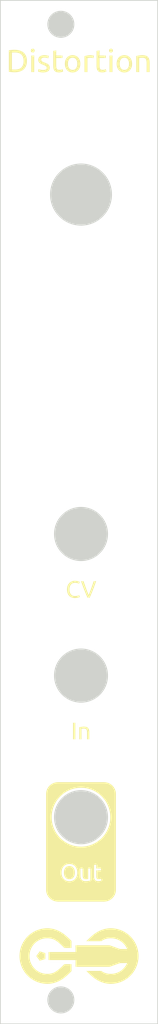
<source format=kicad_pcb>
(kicad_pcb (version 20221018) (generator pcbnew)

  (general
    (thickness 1.6)
  )

  (paper "A4")
  (layers
    (0 "F.Cu" signal)
    (31 "B.Cu" signal)
    (32 "B.Adhes" user "B.Adhesive")
    (33 "F.Adhes" user "F.Adhesive")
    (34 "B.Paste" user)
    (35 "F.Paste" user)
    (36 "B.SilkS" user "B.Silkscreen")
    (37 "F.SilkS" user "F.Silkscreen")
    (38 "B.Mask" user)
    (39 "F.Mask" user)
    (40 "Dwgs.User" user "User.Drawings")
    (41 "Cmts.User" user "User.Comments")
    (42 "Eco1.User" user "User.Eco1")
    (43 "Eco2.User" user "User.Eco2")
    (44 "Edge.Cuts" user)
    (45 "Margin" user)
    (46 "B.CrtYd" user "B.Courtyard")
    (47 "F.CrtYd" user "F.Courtyard")
    (48 "B.Fab" user)
    (49 "F.Fab" user)
    (50 "User.1" user)
    (51 "User.2" user)
    (52 "User.3" user)
    (53 "User.4" user)
    (54 "User.5" user)
    (55 "User.6" user)
    (56 "User.7" user)
    (57 "User.8" user)
    (58 "User.9" user)
  )

  (setup
    (pad_to_mask_clearance 0)
    (aux_axis_origin 44.45 31.75)
    (grid_origin 44.45 31.75)
    (pcbplotparams
      (layerselection 0x00010fc_ffffffff)
      (plot_on_all_layers_selection 0x0000000_00000000)
      (disableapertmacros false)
      (usegerberextensions false)
      (usegerberattributes true)
      (usegerberadvancedattributes true)
      (creategerberjobfile true)
      (dashed_line_dash_ratio 12.000000)
      (dashed_line_gap_ratio 3.000000)
      (svgprecision 4)
      (plotframeref false)
      (viasonmask false)
      (mode 1)
      (useauxorigin false)
      (hpglpennumber 1)
      (hpglpenspeed 20)
      (hpglpendiameter 15.000000)
      (dxfpolygonmode true)
      (dxfimperialunits true)
      (dxfusepcbnewfont true)
      (psnegative false)
      (psa4output false)
      (plotreference true)
      (plotvalue true)
      (plotinvisibletext false)
      (sketchpadsonfab false)
      (subtractmaskfromsilk false)
      (outputformat 1)
      (mirror false)
      (drillshape 0)
      (scaleselection 1)
      (outputdirectory "../distortion_faceplate_gerber")
    )
  )

  (net 0 "")

  (gr_poly
    (pts
      (xy 58.547777 148.254564)
      (xy 58.7245 148.268106)
      (xy 58.898725 148.290403)
      (xy 59.070227 148.321231)
      (xy 59.238783 148.360367)
      (xy 59.40417 148.407588)
      (xy 59.566165 148.462671)
      (xy 59.724543 148.525391)
      (xy 59.879081 148.595525)
      (xy 60.029557 148.672851)
      (xy 60.175746 148.757144)
      (xy 60.317426 148.848181)
      (xy 60.454372 148.945738)
      (xy 60.586362 149.049593)
      (xy 60.713171 149.159522)
      (xy 60.834577 149.275301)
      (xy 60.950356 149.396707)
      (xy 61.060285 149.523517)
      (xy 61.16414 149.655506)
      (xy 61.261697 149.792453)
      (xy 61.352734 149.934132)
      (xy 61.437027 150.080322)
      (xy 61.514353 150.230798)
      (xy 61.584487 150.385337)
      (xy 61.647207 150.543715)
      (xy 61.702289 150.70571)
      (xy 61.74951 150.871097)
      (xy 61.788647 151.039654)
      (xy 61.819475 151.211156)
      (xy 61.841772 151.385381)
      (xy 61.855314 151.562105)
      (xy 61.859878 151.741104)
      (xy 61.855314 151.920103)
      (xy 61.841772 152.096826)
      (xy 61.819475 152.27105)
      (xy 61.788647 152.442552)
      (xy 61.749511 152.611108)
      (xy 61.70229 152.776495)
      (xy 61.647207 152.938489)
      (xy 61.584487 153.096867)
      (xy 61.514353 153.251406)
      (xy 61.437028 153.401881)
      (xy 61.352735 153.54807)
      (xy 61.261698 153.68975)
      (xy 61.16414 153.826696)
      (xy 61.060286 153.958685)
      (xy 60.950357 154.085495)
      (xy 60.834578 154.206901)
      (xy 60.713172 154.32268)
      (xy 60.586363 154.432608)
      (xy 60.454373 154.536463)
      (xy 60.317427 154.63402)
      (xy 60.175748 154.725057)
      (xy 60.029558 154.80935)
      (xy 59.879083 154.886675)
      (xy 59.724544 154.95681)
      (xy 59.566166 155.01953)
      (xy 59.404171 155.074612)
      (xy 59.238784 155.121833)
      (xy 59.070228 155.16097)
      (xy 58.898726 155.191798)
      (xy 58.724501 155.214095)
      (xy 58.547778 155.227637)
      (xy 58.368778 155.232201)
      (xy 58.368721 155.232201)
      (xy 58.194118 155.227769)
      (xy 58.02358 155.214686)
      (xy 57.857012 155.193258)
      (xy 57.694317 155.163794)
      (xy 57.5354 155.126601)
      (xy 57.380164 155.081987)
      (xy 57.228514 155.030259)
      (xy 57.080354 154.971725)
      (xy 56.935587 154.906694)
      (xy 56.794118 154.835472)
      (xy 56.655851 154.758367)
      (xy 56.520689 154.675687)
      (xy 56.388538 154.58774)
      (xy 56.2593 154.494834)
      (xy 56.13288 154.397275)
      (xy 56.009182 154.295372)
      (xy 55.918753 154.217244)
      (xy 55.828253 154.136585)
      (xy 55.737587 154.053496)
      (xy 55.646663 153.968075)
      (xy 55.555386 153.880423)
      (xy 55.463662 153.790638)
      (xy 55.278503 153.605072)
      (xy 57.164343 153.605072)
      (xy 57.233665 153.651704)
      (xy 57.302512 153.695015)
      (xy 57.371155 153.735048)
      (xy 57.439867 153.771846)
      (xy 57.508918 153.805453)
      (xy 57.578582 153.835911)
      (xy 57.64913 153.863264)
      (xy 57.720834 153.887555)
      (xy 57.793967 153.908827)
      (xy 57.868799 153.927123)
      (xy 57.945603 153.942486)
      (xy 58.024651 153.95496)
      (xy 58.106215 153.964587)
      (xy 58.190566 153.971411)
      (xy 58.277977 153.975475)
      (xy 58.36872 153.976822)
      (xy 58.368777 153.976822)
      (xy 58.45555 153.9752)
      (xy 58.541447 153.970372)
      (xy 58.626413 153.962394)
      (xy 58.71039 153.951326)
      (xy 58.793321 153.937223)
      (xy 58.875148 153.920143)
      (xy 58.955815 153.900142)
      (xy 59.035264 153.87728)
      (xy 59.113438 153.851612)
      (xy 59.190281 153.823196)
      (xy 59.265733 153.792089)
      (xy 59.339739 153.758348)
      (xy 59.412242 153.722031)
      (xy 59.483183 153.683195)
      (xy 59.552506 153.641898)
      (xy 59.620154 153.598195)
      (xy 59.68607 153.552145)
      (xy 59.750195 153.503805)
      (xy 59.812474 153.453233)
      (xy 59.872848 153.400484)
      (xy 59.931261 153.345617)
      (xy 59.987655 153.288689)
      (xy 60.041974 153.229758)
      (xy 60.094159 153.168879)
      (xy 60.144155 153.106112)
      (xy 60.191903 153.041512)
      (xy 60.237346 152.975137)
      (xy 60.280427 152.907045)
      (xy 60.32109 152.837292)
      (xy 60.359276 152.765937)
      (xy 60.394929 152.693035)
      (xy 60.427991 152.618645)
      (xy 59.521758 152.629944)
      (xy 58.233995 153.091896)
      (xy 53.922845 153.091835)
      (xy 53.922845 152.244995)
      (xy 50.519998 152.244995)
      (xy 50.519998 151.237206)
      (xy 53.922845 151.237206)
      (xy 53.922845 150.390366)
      (xy 58.233995 150.390305)
      (xy 59.521758 150.852257)
      (xy 60.427992 150.863556)
      (xy 60.359277 150.716264)
      (xy 60.280428 150.575156)
      (xy 60.191904 150.440689)
      (xy 60.09416 150.313321)
      (xy 59.987656 150.193511)
      (xy 59.872849 150.081717)
      (xy 59.750196 149.978395)
      (xy 59.620155 149.884006)
      (xy 59.483184 149.799005)
      (xy 59.33974 149.723852)
      (xy 59.190282 149.659005)
      (xy 59.035265 149.604921)
      (xy 58.875149 149.562058)
      (xy 58.710391 149.530875)
      (xy 58.541448 149.511829)
      (xy 58.368778 149.505379)
      (xy 58.368721 149.505379)
      (xy 58.277978 149.506726)
      (xy 58.190567 149.51079)
      (xy 58.106216 149.517614)
      (xy 58.024652 149.527241)
      (xy 57.945604 149.539715)
      (xy 57.8688 149.555078)
      (xy 57.793968 149.573374)
      (xy 57.720835 149.594645)
      (xy 57.649131 149.618936)
      (xy 57.578583 149.646289)
      (xy 57.508919 149.676748)
      (xy 57.439867 149.710354)
      (xy 57.371156 149.747153)
      (xy 57.302513 149.787186)
      (xy 57.233666 149.830497)
      (xy 57.164344 149.877129)
      (xy 55.278503 149.877129)
      (xy 55.463663 149.691562)
      (xy 55.555386 149.601778)
      (xy 55.646663 149.514125)
      (xy 55.737588 149.428703)
      (xy 55.828253 149.345612)
      (xy 55.918753 149.264952)
      (xy 56.009182 149.186821)
      (xy 56.13288 149.084919)
      (xy 56.2593 148.987362)
      (xy 56.388538 148.894456)
      (xy 56.520689 148.80651)
      (xy 56.655851 148.723831)
      (xy 56.794118 148.646727)
      (xy 56.935587 148.575505)
      (xy 57.080354 148.510474)
      (xy 57.228514 148.451941)
      (xy 57.380164 148.400214)
      (xy 57.5354 148.355599)
      (xy 57.694317 148.318406)
      (xy 57.857012 148.288942)
      (xy 58.02358 148.267515)
      (xy 58.194118 148.254431)
      (xy 58.368721 148.25)
      (xy 58.368777 148.25)
    )

    (stroke (width 0) (type solid)) (fill solid) (layer "F.SilkS") (tstamp 0729c701-bb15-4a75-94c7-4eb2feb29985))
  (gr_poly
    (pts
      (xy 53.869335 104.6202)
      (xy 53.900319 104.621043)
      (xy 53.93046 104.622449)
      (xy 53.959757 104.624417)
      (xy 53.98821 104.626948)
      (xy 54.015819 104.630041)
      (xy 54.042585 104.633698)
      (xy 54.068506 104.637917)
      (xy 54.094288 104.642511)
      (xy 54.119132 104.647292)
      (xy 54.143038 104.652261)
      (xy 54.166007 104.657417)
      (xy 54.188038 104.662761)
      (xy 54.209132 104.668292)
      (xy 54.229288 104.674011)
      (xy 54.248507 104.679916)
      (xy 54.267538 104.685916)
      (xy 54.285632 104.691916)
      (xy 54.302788 104.697915)
      (xy 54.319007 104.703915)
      (xy 54.334288 104.709914)
      (xy 54.348632 104.715914)
      (xy 54.362038 104.721913)
      (xy 54.374507 104.727913)
      (xy 54.396632 104.739162)
      (xy 54.406288 104.744225)
      (xy 54.415007 104.748913)
      (xy 54.422788 104.753226)
      (xy 54.429632 104.757164)
      (xy 54.435538 104.760727)
      (xy 54.440507 104.763916)
      (xy 54.356507 105.003914)
      (xy 54.349382 104.999367)
      (xy 54.341507 104.994726)
      (xy 54.332882 104.989991)
      (xy 54.323507 104.985164)
      (xy 54.313382 104.980243)
      (xy 54.302507 104.975228)
      (xy 54.290882 104.970121)
      (xy 54.278506 104.96492)
      (xy 54.265522 104.959668)
      (xy 54.252069 104.954417)
      (xy 54.238147 104.949166)
      (xy 54.223757 104.943916)
      (xy 54.208897 104.938666)
      (xy 54.193569 104.933416)
      (xy 54.161507 104.922913)
      (xy 54.145523 104.917806)
      (xy 54.129069 104.912979)
      (xy 54.112148 104.908433)
      (xy 54.094757 104.904168)
      (xy 54.076898 104.900184)
      (xy 54.05857 104.89648)
      (xy 54.039773 104.893057)
      (xy 54.020507 104.889915)
      (xy 54.00171 104.886399)
      (xy 53.982819 104.883352)
      (xy 53.963835 104.880774)
      (xy 53.944757 104.878665)
      (xy 53.925585 104.877025)
      (xy 53.906319 104.875853)
      (xy 53.88696 104.87515)
      (xy 53.867507 104.874916)
      (xy 53.847011 104.875139)
      (xy 53.826773 104.875807)
      (xy 53.806792 104.87692)
      (xy 53.787069 104.878478)
      (xy 53.767604 104.880482)
      (xy 53.748397 104.882931)
      (xy 53.729448 104.885825)
      (xy 53.710757 104.889165)
      (xy 53.692323 104.89295)
      (xy 53.674147 104.89718)
      (xy 53.656229 104.901856)
      (xy 53.638569 104.906977)
      (xy 53.621167 104.912544)
      (xy 53.604022 104.918555)
      (xy 53.587135 104.925013)
      (xy 53.570506 104.931915)
      (xy 53.554159 104.93924)
      (xy 53.538116 104.946963)
      (xy 53.522378 104.955084)
      (xy 53.506944 104.963604)
      (xy 53.491815 104.972522)
      (xy 53.476991 104.981839)
      (xy 53.462471 104.991554)
      (xy 53.448257 105.001667)
      (xy 53.434346 105.012179)
      (xy 53.420741 105.023089)
      (xy 53.40744 105.034397)
      (xy 53.394444 105.046104)
      (xy 53.381753 105.05821)
      (xy 53.369366 105.070714)
      (xy 53.357284 105.083616)
      (xy 53.345507 105.096916)
      (xy 53.334046 105.110603)
      (xy 53.322913 105.124666)
      (xy 53.312108 105.139103)
      (xy 53.301632 105.153915)
      (xy 53.291483 105.169102)
      (xy 53.281663 105.184665)
      (xy 53.272171 105.200602)
      (xy 53.263007 105.216914)
      (xy 53.254171 105.233602)
      (xy 53.245663 105.250664)
      (xy 53.237483 105.268102)
      (xy 53.229632 105.285914)
      (xy 53.222108 105.304102)
      (xy 53.214913 105.322665)
      (xy 53.208046 105.341603)
      (xy 53.201507 105.360916)
      (xy 53.195694 105.380193)
      (xy 53.190257 105.399775)
      (xy 53.185194 105.419662)
      (xy 53.180507 105.439853)
      (xy 53.172256 105.48115)
      (xy 53.165506 105.523666)
      (xy 53.160256 105.567401)
      (xy 53.156506 105.612355)
      (xy 53.154256 105.658527)
      (xy 53.153506 105.705917)
      (xy 53.154163 105.751902)
      (xy 53.156131 105.796855)
      (xy 53.159413 105.840777)
      (xy 53.164006 105.883667)
      (xy 53.169913 105.925526)
      (xy 53.177131 105.966353)
      (xy 53.185663 106.00615)
      (xy 53.195506 106.044914)
      (xy 53.201295 106.063876)
      (xy 53.207413 106.08251)
      (xy 53.213858 106.100815)
      (xy 53.220632 106.118792)
      (xy 53.227733 106.13644)
      (xy 53.235163 106.153761)
      (xy 53.242921 106.170753)
      (xy 53.251007 106.187417)
      (xy 53.259421 106.203753)
      (xy 53.268163 106.21976)
      (xy 53.277233 106.23544)
      (xy 53.286632 106.250791)
      (xy 53.296358 106.265814)
      (xy 53.306413 106.280509)
      (xy 53.316795 106.294876)
      (xy 53.327506 106.308914)
      (xy 53.338545 106.322227)
      (xy 53.349913 106.335164)
      (xy 53.361608 106.347727)
      (xy 53.373632 106.359914)
      (xy 53.385983 106.371727)
      (xy 53.398663 106.383165)
      (xy 53.411671 106.394228)
      (xy 53.425007 106.404916)
      (xy 53.438671 106.415229)
      (xy 53.452663 106.425166)
      (xy 53.466983 106.434729)
      (xy 53.481632 106.443916)
      (xy 53.496608 106.452728)
      (xy 53.511913 106.461165)
      (xy 53.527546 106.469227)
      (xy 53.543507 106.476913)
      (xy 53.560171 106.484179)
      (xy 53.577163 106.490976)
      (xy 53.594483 106.497305)
      (xy 53.612131 106.503165)
      (xy 53.630108 106.508556)
      (xy 53.648413 106.513478)
      (xy 53.667045 106.517932)
      (xy 53.686006 106.521916)
      (xy 53.705295 106.525432)
      (xy 53.724913 106.52848)
      (xy 53.744858 106.531058)
      (xy 53.765131 106.533168)
      (xy 53.785733 106.534809)
      (xy 53.806663 106.535981)
      (xy 53.827921 106.536684)
      (xy 53.849507 106.536919)
      (xy 53.898678 106.536262)
      (xy 53.945694 106.534294)
      (xy 53.990553 106.531012)
      (xy 54.033256 106.526419)
      (xy 54.073803 106.520512)
      (xy 54.112194 106.513294)
      (xy 54.148429 106.504763)
      (xy 54.182507 106.494919)
      (xy 54.214476 106.484559)
      (xy 54.244382 106.474481)
      (xy 54.272226 106.464684)
      (xy 54.298007 106.455168)
      (xy 54.321726 106.445933)
      (xy 54.343382 106.436979)
      (xy 54.362976 106.428306)
      (xy 54.380507 106.419914)
      (xy 54.455507 106.65992)
      (xy 54.452753 106.661829)
      (xy 54.449741 106.663809)
      (xy 54.442944 106.667979)
      (xy 54.435116 106.672431)
      (xy 54.426257 106.677165)
      (xy 54.416366 106.68218)
      (xy 54.405444 106.687477)
      (xy 54.393491 106.693055)
      (xy 54.380507 106.698914)
      (xy 54.366585 106.704164)
      (xy 54.351819 106.709414)
      (xy 54.33621 106.714664)
      (xy 54.319756 106.719913)
      (xy 54.30246 106.725163)
      (xy 54.284319 106.730413)
      (xy 54.265335 106.735663)
      (xy 54.245506 106.740913)
      (xy 54.224835 106.74607)
      (xy 54.203319 106.751039)
      (xy 54.18096 106.75582)
      (xy 54.157757 106.760414)
      (xy 54.13371 106.764821)
      (xy 54.108819 106.76904)
      (xy 54.083085 106.773072)
      (xy 54.056506 106.776917)
      (xy 54.029225 106.780433)
      (xy 54.001382 106.78348)
      (xy 53.972975 106.786058)
      (xy 53.944007 106.788167)
      (xy 53.914476 106.789807)
      (xy 53.884382 106.790979)
      (xy 53.853726 106.791682)
      (xy 53.822507 106.791916)
      (xy 53.795284 106.791635)
      (xy 53.768366 106.790791)
      (xy 53.741753 106.789384)
      (xy 53.715444 106.787416)
      (xy 53.68944 106.784884)
      (xy 53.663741 106.78179)
      (xy 53.638346 106.778134)
      (xy 53.613257 106.773915)
      (xy 53.588472 106.769134)
      (xy 53.563991 106.76379)
      (xy 53.539815 106.757884)
      (xy 53.515944 106.751416)
      (xy 53.492378 106.744385)
      (xy 53.469116 106.736791)
      (xy 53.446159 106.728635)
      (xy 53.423507 106.719917)
      (xy 53.401206 106.710659)
      (xy 53.379304 106.700885)
      (xy 53.3578 106.690595)
      (xy 53.336694 106.67979)
      (xy 53.315987 106.668469)
      (xy 53.295679 106.656633)
      (xy 53.275769 106.644282)
      (xy 53.256257 106.631414)
      (xy 53.237143 106.618032)
      (xy 53.218429 106.604133)
      (xy 53.200112 106.58972)
      (xy 53.182194 106.57479)
      (xy 53.164675 106.559346)
      (xy 53.147554 106.543385)
      (xy 53.130831 106.52691)
      (xy 53.114507 106.509918)
      (xy 53.098604 106.492422)
      (xy 53.083147 106.474433)
      (xy 53.068136 106.455952)
      (xy 53.053569 106.436979)
      (xy 53.039448 106.417514)
      (xy 53.025772 106.397557)
      (xy 53.012542 106.377107)
      (xy 52.999757 106.356166)
      (xy 52.987417 106.334732)
      (xy 52.975522 106.312806)
      (xy 52.964073 106.290388)
      (xy 52.953069 106.267478)
      (xy 52.942511 106.244075)
      (xy 52.932397 106.22018)
      (xy 52.922729 106.195793)
      (xy 52.913507 106.170914)
      (xy 52.905151 106.145191)
      (xy 52.897335 106.119023)
      (xy 52.890058 106.092409)
      (xy 52.883319 106.065351)
      (xy 52.87712 106.037847)
      (xy 52.87146 106.009897)
      (xy 52.866339 105.981503)
      (xy 52.861757 105.952663)
      (xy 52.857714 105.923379)
      (xy 52.85421 105.893648)
      (xy 52.848819 105.832852)
      (xy 52.845585 105.770275)
      (xy 52.844506 105.705917)
      (xy 52.845725 105.641604)
      (xy 52.849381 105.579165)
      (xy 52.855475 105.518602)
      (xy 52.859436 105.489024)
      (xy 52.864006 105.459914)
      (xy 52.869186 105.431273)
      (xy 52.874975 105.403101)
      (xy 52.881374 105.375398)
      (xy 52.888381 105.348163)
      (xy 52.895999 105.321397)
      (xy 52.904225 105.2951)
      (xy 52.913061 105.269272)
      (xy 52.922507 105.243912)
      (xy 52.932842 105.218671)
      (xy 52.9436 105.193945)
      (xy 52.95478 105.169734)
      (xy 52.966382 105.146039)
      (xy 52.978405 105.12286)
      (xy 52.99085 105.100196)
      (xy 53.003718 105.078047)
      (xy 53.017007 105.056415)
      (xy 53.030718 105.035297)
      (xy 53.044851 105.014696)
      (xy 53.059405 104.99461)
      (xy 53.074382 104.97504)
      (xy 53.08978 104.955985)
      (xy 53.105601 104.937446)
      (xy 53.121843 104.919424)
      (xy 53.138507 104.901917)
      (xy 53.155558 104.884924)
      (xy 53.17296 104.868447)
      (xy 53.190714 104.852486)
      (xy 53.208819 104.83704)
      (xy 53.227276 104.82211)
      (xy 53.246085 104.807696)
      (xy 53.265245 104.793797)
      (xy 53.284757 104.780415)
      (xy 53.30462 104.767547)
      (xy 53.324835 104.755196)
      (xy 53.345401 104.74336)
      (xy 53.366319 104.73204)
      (xy 53.387589 104.721236)
      (xy 53.40921 104.710948)
      (xy 53.431182 104.701175)
      (xy 53.453507 104.691917)
      (xy 53.4761 104.683198)
      (xy 53.498882 104.675041)
      (xy 53.52185 104.667447)
      (xy 53.545007 104.660416)
      (xy 53.56835 104.653947)
      (xy 53.591882 104.648041)
      (xy 53.6156 104.642698)
      (xy 53.639507 104.637917)
      (xy 53.6636 104.633698)
      (xy 53.687882 104.630042)
      (xy 53.71235 104.626949)
      (xy 53.737007 104.624418)
      (xy 53.76185 104.62245)
      (xy 53.786882 104.621044)
      (xy 53.8121 104.6202)
      (xy 53.837506 104.619919)
    )

    (stroke (width 0) (type solid)) (fill solid) (layer "F.SilkS") (tstamp 0eb594d7-2184-4b86-bcd1-a3fc567d7e8b))
  (gr_poly
    (pts
      (xy 55.059015 122.934758)
      (xy 55.102562 122.93729)
      (xy 55.123597 122.939189)
      (xy 55.14414 122.941509)
      (xy 55.164191 122.944252)
      (xy 55.183749 122.947416)
      (xy 55.202816 122.951003)
      (xy 55.22139 122.955011)
      (xy 55.239472 122.95944)
      (xy 55.257062 122.964292)
      (xy 55.27416 122.969565)
      (xy 55.290765 122.97526)
      (xy 55.306878 122.981377)
      (xy 55.322499 122.987915)
      (xy 55.337675 122.994467)
      (xy 55.352453 123.001369)
      (xy 55.366831 123.008624)
      (xy 55.380812 123.016229)
      (xy 55.394394 123.024187)
      (xy 55.407578 123.032495)
      (xy 55.420363 123.041155)
      (xy 55.432749 123.050167)
      (xy 55.444738 123.05953)
      (xy 55.456328 123.069245)
      (xy 55.467519 123.079312)
      (xy 55.478312 123.08973)
      (xy 55.488706 123.100499)
      (xy 55.498702 123.111621)
      (xy 55.5083 123.123094)
      (xy 55.517499 123.134918)
      (xy 55.526698 123.146695)
      (xy 55.535546 123.158777)
      (xy 55.544042 123.171163)
      (xy 55.552187 123.183854)
      (xy 55.55998 123.19685)
      (xy 55.567421 123.210151)
      (xy 55.574511 123.223757)
      (xy 55.581249 123.237667)
      (xy 55.587636 123.251882)
      (xy 55.593671 123.266402)
      (xy 55.599355 123.281226)
      (xy 55.604687 123.296355)
      (xy 55.609667 123.311789)
      (xy 55.614296 123.327527)
      (xy 55.618574 123.343569)
      (xy 55.6225 123.359917)
      (xy 55.629531 123.39334)
      (xy 55.635624 123.427607)
      (xy 55.640781 123.462717)
      (xy 55.644999 123.498671)
      (xy 55.648281 123.535467)
      (xy 55.650624 123.573107)
      (xy 55.652031 123.611591)
      (xy 55.652499 123.650917)
      (xy 55.652499 124.526917)
      (xy 55.373499 124.526917)
      (xy 55.373499 123.710922)
      (xy 55.373171 123.675578)
      (xy 55.372187 123.641547)
      (xy 55.370546 123.608828)
      (xy 55.368249 123.577421)
      (xy 55.365296 123.547327)
      (xy 55.361687 123.518546)
      (xy 55.357421 123.491077)
      (xy 55.352499 123.46492)
      (xy 55.350144 123.452322)
      (xy 55.347577 123.440029)
      (xy 55.3448 123.428041)
      (xy 55.341812 123.416357)
      (xy 55.338612 123.404978)
      (xy 55.335202 123.393904)
      (xy 55.331581 123.383134)
      (xy 55.327749 123.372669)
      (xy 55.323706 123.362509)
      (xy 55.319452 123.352654)
      (xy 55.314988 123.343103)
      (xy 55.310312 123.333857)
      (xy 55.305425 123.324915)
      (xy 55.300328 123.316278)
      (xy 55.295019 123.307946)
      (xy 55.289499 123.299919)
      (xy 55.283757 123.292185)
      (xy 55.277781 123.284732)
      (xy 55.27157 123.27756)
      (xy 55.265125 123.270669)
      (xy 55.258445 123.26406)
      (xy 55.251531 123.257732)
      (xy 55.244383 123.251685)
      (xy 55.237 123.245919)
      (xy 55.229383 123.240435)
      (xy 55.221531 123.235231)
      (xy 55.213445 123.230309)
      (xy 55.205125 123.225668)
      (xy 55.19657 123.221308)
      (xy 55.187781 123.217229)
      (xy 55.178757 123.213432)
      (xy 55.1695 123.209915)
      (xy 55.159984 123.206283)
      (xy 55.150187 123.202885)
      (xy 55.140109 123.199721)
      (xy 55.129749 123.196792)
      (xy 55.119109 123.194097)
      (xy 55.108187 123.191636)
      (xy 55.096984 123.189409)
      (xy 55.085499 123.187417)
      (xy 55.073734 123.185659)
      (xy 55.061687 123.184136)
      (xy 55.049359 123.182846)
      (xy 55.036749 123.181792)
      (xy 55.023859 123.180971)
      (xy 55.010687 123.180385)
      (xy 54.997234 123.180034)
      (xy 54.9835 123.179916)
      (xy 54.960812 123.180104)
      (xy 54.937749 123.180667)
      (xy 54.914312 123.181606)
      (xy 54.890499 123.182922)
      (xy 54.866687 123.184609)
      (xy 54.84325 123.18667)
      (xy 54.820187 123.189106)
      (xy 54.7975 123.191917)
      (xy 54.787093 123.192714)
      (xy 54.776874 123.193604)
      (xy 54.766843 123.194588)
      (xy 54.756999 123.195666)
      (xy 54.747343 123.196838)
      (xy 54.737874 123.198105)
      (xy 54.728593 123.199465)
      (xy 54.7195 123.20092)
      (xy 54.691 123.206167)
      (xy 54.671499 123.209915)
      (xy 54.671499 124.526917)
      (xy 54.392499 124.526917)
      (xy 54.392499 123.011917)
      (xy 54.417484 123.005871)
      (xy 54.444437 122.99973)
      (xy 54.473359 122.993496)
      (xy 54.504249 122.987168)
      (xy 54.571937 122.97423)
      (xy 54.647499 122.960915)
      (xy 54.687999 122.954587)
      (xy 54.729999 122.949103)
      (xy 54.773499 122.944462)
      (xy 54.818499 122.940665)
      (xy 54.864999 122.937712)
      (xy 54.912999 122.935602)
      (xy 54.962499 122.934336)
      (xy 55.013499 122.933914)
    )

    (stroke (width 0) (type solid)) (fill solid) (layer "F.SilkS") (tstamp 2470f07e-cafe-4570-a53d-9d9daff9a6ca))
  (gr_poly
    (pts
      (xy 50.113579 151.372261)
      (xy 50.113579 152.109932)
      (xy 49.411982 152.337891)
      (xy 48.978384 151.741096)
      (xy 49.411982 151.14431)
    )

    (stroke (width 0) (type solid)) (fill solid) (layer "F.SilkS") (tstamp 2fef8304-f405-4557-9635-0d60f53bde2f))
  (gr_poly
    (pts
      (xy 50.525707 148.254429)
      (xy 50.69625 148.26751)
      (xy 50.862822 148.288935)
      (xy 51.025521 148.318398)
      (xy 51.184442 148.35559)
      (xy 51.339682 148.400203)
      (xy 51.491336 148.45193)
      (xy 51.639499 148.510463)
      (xy 51.78427 148.575494)
      (xy 51.925742 148.646716)
      (xy 52.064012 148.723821)
      (xy 52.199176 148.806502)
      (xy 52.331331 148.894449)
      (xy 52.460571 148.987357)
      (xy 52.586994 149.084917)
      (xy 52.710695 149.186821)
      (xy 52.79725 149.261562)
      (xy 52.883869 149.338641)
      (xy 52.970634 149.417966)
      (xy 53.057623 149.499441)
      (xy 53.144919 149.582973)
      (xy 53.2326 149.668466)
      (xy 53.40944 149.844963)
      (xy 53.408151 150.725357)
      (xy 52.509747 150.724968)
      (xy 52.346233 150.560939)
      (xy 52.267065 150.483189)
      (xy 52.189642 150.408497)
      (xy 52.113978 150.337022)
      (xy 52.040088 150.268924)
      (xy 51.967986 150.204364)
      (xy 51.897687 150.143501)
      (xy 51.800513 150.062561)
      (xy 51.706175 149.987552)
      (xy 51.614081 149.918375)
      (xy 51.523637 149.854934)
      (xy 51.434251 149.79713)
      (xy 51.345328 149.744865)
      (xy 51.256276 149.698043)
      (xy 51.166501 149.656564)
      (xy 51.07541 149.620331)
      (xy 50.98241 149.589247)
      (xy 50.886907 149.563213)
      (xy 50.788309 149.542132)
      (xy 50.686022 149.525906)
      (xy 50.579453 149.514437)
      (xy 50.468009 149.507627)
      (xy 50.351096 149.505379)
      (xy 50.235391 149.508267)
      (xy 50.12128 149.51684)
      (xy 50.008899 149.530961)
      (xy 49.898384 149.550495)
      (xy 49.789871 149.575305)
      (xy 49.683498 149.605254)
      (xy 49.5794 149.640207)
      (xy 49.477714 149.680026)
      (xy 49.378576 149.724575)
      (xy 49.282122 149.773719)
      (xy 49.18849 149.82732)
      (xy 49.097814 149.885242)
      (xy 49.010233 149.947349)
      (xy 48.925881 150.013504)
      (xy 48.844896 150.083571)
      (xy 48.767414 150.157414)
      (xy 48.693571 150.234897)
      (xy 48.623504 150.315882)
      (xy 48.557348 150.400233)
      (xy 48.495241 150.487815)
      (xy 48.437319 150.57849)
      (xy 48.383718 150.672123)
      (xy 48.334575 150.768576)
      (xy 48.290026 150.867715)
      (xy 48.250207 150.969401)
      (xy 48.215254 151.073499)
      (xy 48.185305 151.179872)
      (xy 48.160495 151.288385)
      (xy 48.140961 151.3989)
      (xy 48.12684 151.511281)
      (xy 48.118267 151.625392)
      (xy 48.115379 151.741096)
      (xy 48.118267 151.856801)
      (xy 48.12684 151.970912)
      (xy 48.140961 152.083293)
      (xy 48.160495 152.193808)
      (xy 48.185305 152.302321)
      (xy 48.215254 152.408694)
      (xy 48.250207 152.512792)
      (xy 48.290026 152.614478)
      (xy 48.334575 152.713617)
      (xy 48.383718 152.81007)
      (xy 48.437319 152.903703)
      (xy 48.495241 152.994378)
      (xy 48.557348 153.08196)
      (xy 48.623504 153.166311)
      (xy 48.693571 153.247296)
      (xy 48.767414 153.324779)
      (xy 48.844896 153.398622)
      (xy 48.925881 153.468689)
      (xy 49.010233 153.534844)
      (xy 49.097814 153.596951)
      (xy 49.18849 153.654873)
      (xy 49.282122 153.708474)
      (xy 49.378576 153.757618)
      (xy 49.477714 153.802167)
      (xy 49.5794 153.841986)
      (xy 49.683498 153.876939)
      (xy 49.789871 153.906888)
      (xy 49.898384 153.931698)
      (xy 50.008899 153.951232)
      (xy 50.12128 153.965353)
      (xy 50.235391 153.973926)
      (xy 50.351096 153.976814)
      (xy 50.468009 153.974566)
      (xy 50.579453 153.967757)
      (xy 50.686022 153.956288)
      (xy 50.788309 153.940062)
      (xy 50.886907 153.918982)
      (xy 50.98241 153.892948)
      (xy 51.07541 153.861864)
      (xy 51.166501 153.825632)
      (xy 51.256276 153.784154)
      (xy 51.345328 153.737331)
      (xy 51.434251 153.685067)
      (xy 51.523637 153.627262)
      (xy 51.614081 153.563821)
      (xy 51.706175 153.494643)
      (xy 51.800513 153.419633)
      (xy 51.897687 153.338692)
      (xy 51.967986 153.277829)
      (xy 52.040088 153.213269)
      (xy 52.113978 153.145171)
      (xy 52.189642 153.073696)
      (xy 52.267065 152.999004)
      (xy 52.346234 152.921254)
      (xy 52.509747 152.757225)
      (xy 53.40815 152.756836)
      (xy 53.40944 153.63723)
      (xy 53.2326 153.813731)
      (xy 53.144919 153.899226)
      (xy 53.057623 153.982758)
      (xy 52.970634 154.064232)
      (xy 52.883869 154.143556)
      (xy 52.79725 154.220634)
      (xy 52.710695 154.295372)
      (xy 52.586994 154.397278)
      (xy 52.460571 154.494839)
      (xy 52.331331 154.587747)
      (xy 52.199176 154.675696)
      (xy 52.064012 154.758377)
      (xy 51.925742 154.835483)
      (xy 51.78427 154.906705)
      (xy 51.639499 154.971737)
      (xy 51.491336 155.03027)
      (xy 51.339682 155.081997)
      (xy 51.184442 155.126611)
      (xy 51.025521 155.163803)
      (xy 50.862822 155.193265)
      (xy 50.69625 155.214691)
      (xy 50.525707 155.227772)
      (xy 50.351099 155.232201)
      (xy 50.1721 155.227637)
      (xy 49.995377 155.214095)
      (xy 49.821152 155.191798)
      (xy 49.64965 155.16097)
      (xy 49.481094 155.121833)
      (xy 49.315707 155.074612)
      (xy 49.153712 155.01953)
      (xy 48.995334 154.95681)
      (xy 48.840796 154.886675)
      (xy 48.69032 154.80935)
      (xy 48.544131 154.725057)
      (xy 48.402451 154.63402)
      (xy 48.265505 154.536462)
      (xy 48.133516 154.432607)
      (xy 48.006706 154.322679)
      (xy 47.8853 154.2069)
      (xy 47.769521 154.085494)
      (xy 47.659593 153.958684)
      (xy 47.555738 153.826694)
      (xy 47.45818 153.689748)
      (xy 47.367143 153.548068)
      (xy 47.282851 153.401879)
      (xy 47.205525 153.251403)
      (xy 47.135391 153.096864)
      (xy 47.072671 152.938486)
      (xy 47.017588 152.776491)
      (xy 46.970367 152.611104)
      (xy 46.931231 152.442547)
      (xy 46.900403 152.271045)
      (xy 46.878106 152.09682)
      (xy 46.864564 151.920096)
      (xy 46.86 151.741096)
      (xy 46.864564 151.562098)
      (xy 46.878106 151.385375)
      (xy 46.900403 151.21115)
      (xy 46.931231 151.039648)
      (xy 46.970367 150.871092)
      (xy 47.017588 150.705706)
      (xy 47.072671 150.543711)
      (xy 47.135391 150.385333)
      (xy 47.205525 150.230795)
      (xy 47.282851 150.080319)
      (xy 47.367143 149.93413)
      (xy 47.45818 149.792451)
      (xy 47.555738 149.655505)
      (xy 47.659593 149.523515)
      (xy 47.769521 149.396706)
      (xy 47.8853 149.2753)
      (xy 48.006706 149.159521)
      (xy 48.133516 149.049593)
      (xy 48.265505 148.945738)
      (xy 48.402451 148.84818)
      (xy 48.544131 148.757143)
      (xy 48.69032 148.67285)
      (xy 48.840796 148.595525)
      (xy 48.995334 148.525391)
      (xy 49.153712 148.462671)
      (xy 49.315707 148.407588)
      (xy 49.481094 148.360367)
      (xy 49.64965 148.321231)
      (xy 49.821152 148.290403)
      (xy 49.995377 148.268106)
      (xy 50.1721 148.254564)
      (xy 50.351099 148.25)
    )

    (stroke (width 0) (type solid)) (fill solid) (layer "F.SilkS") (tstamp 32cf5822-e0aa-4f34-8cef-726c1058d2a1))
  (gr_poly
    (pts
      (xy 60.100355 38.618313)
      (xy 60.12648 38.61925)
      (xy 60.152355 38.620813)
      (xy 60.17798 38.623)
      (xy 60.203355 38.625813)
      (xy 60.22848 38.62925)
      (xy 60.253355 38.633313)
      (xy 60.27798 38.638)
      (xy 60.302355 38.643313)
      (xy 60.32648 38.64925)
      (xy 60.350355 38.655812)
      (xy 60.37398 38.663)
      (xy 60.397355 38.670812)
      (xy 60.42048 38.67925)
      (xy 60.443355 38.688312)
      (xy 60.46598 38.698)
      (xy 60.488277 38.707766)
      (xy 60.510168 38.718062)
      (xy 60.531652 38.728891)
      (xy 60.55273 38.74025)
      (xy 60.573402 38.752141)
      (xy 60.593668 38.764563)
      (xy 60.613527 38.777516)
      (xy 60.632981 38.791)
      (xy 60.652027 38.805016)
      (xy 60.670668 38.819562)
      (xy 60.688902 38.834641)
      (xy 60.706731 38.85025)
      (xy 60.724152 38.866391)
      (xy 60.741168 38.883062)
      (xy 60.757777 38.900265)
      (xy 60.77398 38.918)
      (xy 60.790246 38.936234)
      (xy 60.806043 38.954937)
      (xy 60.821371 38.974109)
      (xy 60.83623 38.99375)
      (xy 60.850621 39.013859)
      (xy 60.864543 39.034437)
      (xy 60.877996 39.055484)
      (xy 60.89098 39.077)
      (xy 60.903496 39.098984)
      (xy 60.915543 39.121437)
      (xy 60.927121 39.144359)
      (xy 60.93823 39.16775)
      (xy 60.948871 39.191609)
      (xy 60.959043 39.215937)
      (xy 60.968746 39.240734)
      (xy 60.977981 39.266)
      (xy 60.9867 39.291172)
      (xy 60.994856 39.316687)
      (xy 61.00245 39.342547)
      (xy 61.009481 39.36875)
      (xy 61.01595 39.395297)
      (xy 61.021856 39.422187)
      (xy 61.0272 39.449422)
      (xy 61.031981 39.477)
      (xy 61.0362 39.504922)
      (xy 61.039856 39.533187)
      (xy 61.04295 39.561797)
      (xy 61.045481 39.59075)
      (xy 61.04745 39.620047)
      (xy 61.048856 39.649687)
      (xy 61.0497 39.679672)
      (xy 61.049981 39.71)
      (xy 61.048856 39.77125)
      (xy 61.045481 39.831)
      (xy 61.039856 39.88925)
      (xy 61.031981 39.946)
      (xy 61.021856 40.00125)
      (xy 61.01595 40.028313)
      (xy 61.009481 40.055)
      (xy 61.00245 40.081313)
      (xy 60.994856 40.10725)
      (xy 60.9867 40.132813)
      (xy 60.977981 40.158)
      (xy 60.968746 40.182781)
      (xy 60.959043 40.207125)
      (xy 60.948871 40.231031)
      (xy 60.93823 40.2545)
      (xy 60.927121 40.277531)
      (xy 60.915543 40.300125)
      (xy 60.903496 40.322281)
      (xy 60.89098 40.344)
      (xy 60.877996 40.365281)
      (xy 60.864543 40.386125)
      (xy 60.850621 40.406531)
      (xy 60.83623 40.4265)
      (xy 60.821371 40.446031)
      (xy 60.806043 40.465125)
      (xy 60.790246 40.483781)
      (xy 60.77398 40.502)
      (xy 60.757777 40.51975)
      (xy 60.741168 40.537)
      (xy 60.724152 40.55375)
      (xy 60.706731 40.57)
      (xy 60.688902 40.58575)
      (xy 60.670668 40.601)
      (xy 60.652027 40.61575)
      (xy 60.632981 40.63)
      (xy 60.613527 40.64375)
      (xy 60.593668 40.657)
      (xy 60.573402 40.66975)
      (xy 60.55273 40.682)
      (xy 60.531652 40.69375)
      (xy 60.510168 40.705)
      (xy 60.488277 40.71575)
      (xy 60.46598 40.726)
      (xy 60.443355 40.735203)
      (xy 60.42048 40.743812)
      (xy 60.397355 40.751828)
      (xy 60.37398 40.75925)
      (xy 60.350355 40.766078)
      (xy 60.32648 40.772312)
      (xy 60.302355 40.777953)
      (xy 60.27798 40.783)
      (xy 60.253355 40.787453)
      (xy 60.22848 40.791313)
      (xy 60.203355 40.794578)
      (xy 60.17798 40.79725)
      (xy 60.152355 40.799328)
      (xy 60.12648 40.800813)
      (xy 60.100355 40.801703)
      (xy 60.07398 40.802)
      (xy 60.047605 40.801703)
      (xy 60.021479 40.800813)
      (xy 59.995604 40.799328)
      (xy 59.969979 40.79725)
      (xy 59.944604 40.794578)
      (xy 59.919479 40.791313)
      (xy 59.894604 40.787453)
      (xy 59.869979 40.783)
      (xy 59.845604 40.777953)
      (xy 59.821479 40.772312)
      (xy 59.797604 40.766078)
      (xy 59.773979 40.75925)
      (xy 59.750604 40.751828)
      (xy 59.727479 40.743812)
      (xy 59.704604 40.735203)
      (xy 59.681979 40.726)
      (xy 59.659667 40.71575)
      (xy 59.637729 40.705)
      (xy 59.616167 40.69375)
      (xy 59.594979 40.682)
      (xy 59.574167 40.66975)
      (xy 59.553729 40.657)
      (xy 59.533667 40.64375)
      (xy 59.513979 40.63)
      (xy 59.494667 40.61575)
      (xy 59.475729 40.601)
      (xy 59.457167 40.58575)
      (xy 59.438979 40.57)
      (xy 59.421167 40.55375)
      (xy 59.403729 40.537)
      (xy 59.386667 40.51975)
      (xy 59.369979 40.502)
      (xy 59.354198 40.483781)
      (xy 59.338854 40.465125)
      (xy 59.323948 40.446031)
      (xy 59.309479 40.4265)
      (xy 59.295448 40.406531)
      (xy 59.281854 40.386125)
      (xy 59.268698 40.365281)
      (xy 59.255979 40.344)
      (xy 59.243698 40.322281)
      (xy 59.231854 40.300125)
      (xy 59.220448 40.277531)
      (xy 59.209479 40.2545)
      (xy 59.198948 40.231031)
      (xy 59.188854 40.207125)
      (xy 59.179198 40.182781)
      (xy 59.169979 40.158)
      (xy 59.161261 40.132813)
      (xy 59.153104 40.10725)
      (xy 59.145511 40.081313)
      (xy 59.13848 40.055)
      (xy 59.132011 40.028313)
      (xy 59.126105 40.00125)
      (xy 59.120761 39.973813)
      (xy 59.11598 39.946)
      (xy 59.111761 39.917813)
      (xy 59.108105 39.88925)
      (xy 59.105011 39.860313)
      (xy 59.10248 39.831)
      (xy 59.100511 39.801313)
      (xy 59.099105 39.77125)
      (xy 59.098261 39.740813)
      (xy 59.09798 39.71)
      (xy 59.48598 39.71)
      (xy 59.48659 39.753438)
      (xy 59.488418 39.79575)
      (xy 59.491465 39.836938)
      (xy 59.49573 39.877)
      (xy 59.501215 39.915938)
      (xy 59.507918 39.95375)
      (xy 59.51584 39.990438)
      (xy 59.52498 40.026)
      (xy 59.53534 40.060438)
      (xy 59.546918 40.09375)
      (xy 59.559715 40.125938)
      (xy 59.57373 40.157)
      (xy 59.588965 40.186938)
      (xy 59.605418 40.21575)
      (xy 59.62309 40.243438)
      (xy 59.64198 40.27)
      (xy 59.662418 40.294704)
      (xy 59.68373 40.317813)
      (xy 59.705918 40.339329)
      (xy 59.72898 40.359251)
      (xy 59.752918 40.377579)
      (xy 59.77773 40.394313)
      (xy 59.803418 40.409454)
      (xy 59.82998 40.423001)
      (xy 59.857418 40.434954)
      (xy 59.88573 40.445313)
      (xy 59.914918 40.454079)
      (xy 59.94498 40.461251)
      (xy 59.975918 40.466829)
      (xy 60.00773 40.470813)
      (xy 60.040418 40.473204)
      (xy 60.073981 40.474001)
      (xy 60.107527 40.473204)
      (xy 60.140168 40.470813)
      (xy 60.171903 40.466829)
      (xy 60.202731 40.461251)
      (xy 60.232653 40.454079)
      (xy 60.261668 40.445313)
      (xy 60.289778 40.434954)
      (xy 60.316981 40.423001)
      (xy 60.343278 40.409454)
      (xy 60.368668 40.394313)
      (xy 60.393153 40.377579)
      (xy 60.416731 40.359251)
      (xy 60.439403 40.339329)
      (xy 60.461168 40.317813)
      (xy 60.482028 40.294704)
      (xy 60.501981 40.27)
      (xy 60.521356 40.243438)
      (xy 60.539481 40.21575)
      (xy 60.556356 40.186938)
      (xy 60.571981 40.157)
      (xy 60.586356 40.125938)
      (xy 60.599481 40.09375)
      (xy 60.611356 40.060438)
      (xy 60.621981 40.026)
      (xy 60.631356 39.990438)
      (xy 60.639481 39.95375)
      (xy 60.646356 39.915938)
      (xy 60.651981 39.877)
      (xy 60.656356 39.836938)
      (xy 60.659481 39.79575)
      (xy 60.661356 39.753438)
      (xy 60.661981 39.710001)
      (xy 60.661981 39.71)
      (xy 60.661356 39.666578)
      (xy 60.659481 39.624312)
      (xy 60.656356 39.583203)
      (xy 60.651981 39.54325)
      (xy 60.646356 39.504453)
      (xy 60.639481 39.466812)
      (xy 60.631356 39.430328)
      (xy 60.621981 39.395)
      (xy 60.611356 39.360828)
      (xy 60.599481 39.327813)
      (xy 60.586356 39.295953)
      (xy 60.571981 39.26525)
      (xy 60.556356 39.235703)
      (xy 60.539481 39.207313)
      (xy 60.521356 39.180078)
      (xy 60.501981 39.154)
      (xy 60.482028 39.128813)
      (xy 60.461168 39.10525)
      (xy 60.439403 39.083313)
      (xy 60.416731 39.063)
      (xy 60.393153 39.044313)
      (xy 60.368668 39.02725)
      (xy 60.343278 39.011813)
      (xy 60.316981 38.998)
      (xy 60.289778 38.985813)
      (xy 60.261668 38.97525)
      (xy 60.232653 38.966313)
      (xy 60.202731 38.959)
      (xy 60.171903 38.953313)
      (xy 60.140168 38.94925)
      (xy 60.107527 38.946813)
      (xy 60.073981 38.946)
      (xy 60.040418 38.946813)
      (xy 60.00773 38.94925)
      (xy 59.975918 38.953313)
      (xy 59.94498 38.959)
      (xy 59.914918 38.966313)
      (xy 59.88573 38.97525)
      (xy 59.857418 38.985813)
      (xy 59.82998 38.998)
      (xy 59.803418 39.011813)
      (xy 59.77773 39.02725)
      (xy 59.752918 39.044313)
      (xy 59.72898 39.063)
      (xy 59.705918 39.083313)
      (xy 59.68373 39.10525)
      (xy 59.662418 39.128813)
      (xy 59.64198 39.154)
      (xy 59.62309 39.180078)
      (xy 59.605418 39.207313)
      (xy 59.588965 39.235703)
      (xy 59.57373 39.26525)
      (xy 59.559715 39.295953)
      (xy 59.546918 39.327813)
      (xy 59.53534 39.360828)
      (xy 59.52498 39.395)
      (xy 59.51584 39.430328)
      (xy 59.507918 39.466813)
      (xy 59.501215 39.504453)
      (xy 59.49573 39.54325)
      (xy 59.491465 39.583203)
      (xy 59.488418 39.624313)
      (xy 59.48659 39.666578)
      (xy 59.48598 39.71)
      (xy 59.09798 39.71)
      (xy 59.099105 39.649688)
      (xy 59.10248 39.59075)
      (xy 59.108105 39.533187)
      (xy 59.11598 39.477)
      (xy 59.126105 39.422187)
      (xy 59.132011 39.395297)
      (xy 59.13848 39.36875)
      (xy 59.145511 39.342547)
      (xy 59.153104 39.316687)
      (xy 59.161261 39.291172)
      (xy 59.169979 39.266)
      (xy 59.179198 39.240734)
      (xy 59.188854 39.215937)
      (xy 59.198948 39.191609)
      (xy 59.209479 39.16775)
      (xy 59.220448 39.144359)
      (xy 59.231854 39.121437)
      (xy 59.243698 39.098984)
      (xy 59.255979 39.077)
      (xy 59.268698 39.055484)
      (xy 59.281854 39.034437)
      (xy 59.295448 39.013859)
      (xy 59.309479 38.99375)
      (xy 59.323948 38.974109)
      (xy 59.338854 38.954937)
      (xy 59.354198 38.936234)
      (xy 59.369979 38.918)
      (xy 59.386667 38.900265)
      (xy 59.403729 38.883062)
      (xy 59.421167 38.86639)
      (xy 59.438979 38.85025)
      (xy 59.457167 38.83464)
      (xy 59.475729 38.819562)
      (xy 59.494667 38.805015)
      (xy 59.513979 38.791)
      (xy 59.533667 38.777515)
      (xy 59.553729 38.764562)
      (xy 59.574167 38.75214)
      (xy 59.594979 38.74025)
      (xy 59.616167 38.72889)
      (xy 59.637729 38.718062)
      (xy 59.659667 38.707766)
      (xy 59.681979 38.698)
      (xy 59.704604 38.688312)
      (xy 59.727479 38.67925)
      (xy 59.750604 38.670812)
      (xy 59.773979 38.663)
      (xy 59.797604 38.655812)
      (xy 59.821479 38.64925)
      (xy 59.845604 38.643313)
      (xy 59.869979 38.638)
      (xy 59.894604 38.633313)
      (xy 59.919479 38.62925)
      (xy 59.944604 38.625813)
      (xy 59.969979 38.623)
      (xy 59.995604 38.620813)
      (xy 60.021479 38.61925)
      (xy 60.047605 38.618313)
      (xy 60.07398 38.618)
    )

    (stroke (width 0) (type solid)) (fill solid) (layer "F.SilkS") (tstamp 3f25cf84-e118-41ee-b350-d840f89a4ade))
  (gr_poly
    (pts
      (xy 58.573988 40.75)
      (xy 58.201988 40.75)
      (xy 58.201988 38.67)
      (xy 58.573988 38.67)
    )

    (stroke (width 0) (type solid)) (fill solid) (layer "F.SilkS") (tstamp 4c5a6d05-24bb-4c72-9ce1-7c07409e11e9))
  (gr_poly
    (pts
      (xy 58.398363 37.806265)
      (xy 58.410488 37.807062)
      (xy 58.422363 37.80839)
      (xy 58.433988 37.81025)
      (xy 58.445364 37.81264)
      (xy 58.456489 37.815562)
      (xy 58.467364 37.819015)
      (xy 58.477989 37.823)
      (xy 58.488364 37.827515)
      (xy 58.498489 37.832562)
      (xy 58.508364 37.83814)
      (xy 58.517989 37.84425)
      (xy 58.527364 37.85089)
      (xy 58.536489 37.858062)
      (xy 58.545364 37.865765)
      (xy 58.553989 37.874)
      (xy 58.562707 37.882187)
      (xy 58.570863 37.89075)
      (xy 58.578457 37.899687)
      (xy 58.585488 37.909)
      (xy 58.591957 37.918687)
      (xy 58.597863 37.92875)
      (xy 58.603207 37.939187)
      (xy 58.607988 37.95)
      (xy 58.612207 37.961187)
      (xy 58.615863 37.97275)
      (xy 58.618957 37.984687)
      (xy 58.621488 37.997)
      (xy 58.623457 38.009687)
      (xy 58.624863 38.02275)
      (xy 58.625707 38.036187)
      (xy 58.625988 38.05)
      (xy 58.625707 38.063828)
      (xy 58.624863 38.077312)
      (xy 58.623457 38.090453)
      (xy 58.621488 38.10325)
      (xy 58.618957 38.115703)
      (xy 58.615863 38.127812)
      (xy 58.612207 38.139578)
      (xy 58.607988 38.151)
      (xy 58.603207 38.162078)
      (xy 58.597863 38.172812)
      (xy 58.591957 38.183203)
      (xy 58.585488 38.19325)
      (xy 58.578457 38.202953)
      (xy 58.570863 38.212312)
      (xy 58.562707 38.221328)
      (xy 58.553989 38.23)
      (xy 58.545364 38.23775)
      (xy 58.536489 38.245)
      (xy 58.527364 38.25175)
      (xy 58.517989 38.258)
      (xy 58.508364 38.26375)
      (xy 58.498489 38.269)
      (xy 58.488364 38.27375)
      (xy 58.477989 38.278)
      (xy 58.467364 38.28175)
      (xy 58.456489 38.285)
      (xy 58.445364 38.28775)
      (xy 58.433988 38.29)
      (xy 58.422363 38.29175)
      (xy 58.410488 38.293)
      (xy 58.398363 38.29375)
      (xy 58.385988 38.294)
      (xy 58.373598 38.29375)
      (xy 58.361426 38.293)
      (xy 58.349473 38.29175)
      (xy 58.337738 38.29)
      (xy 58.326223 38.28775)
      (xy 58.314926 38.285)
      (xy 58.303848 38.28175)
      (xy 58.292988 38.278)
      (xy 58.282348 38.27375)
      (xy 58.271926 38.269)
      (xy 58.261723 38.26375)
      (xy 58.251738 38.258)
      (xy 58.241973 38.25175)
      (xy 58.232426 38.245)
      (xy 58.223098 38.23775)
      (xy 58.213988 38.23)
      (xy 58.205754 38.221328)
      (xy 58.198051 38.212312)
      (xy 58.190879 38.202953)
      (xy 58.184239 38.19325)
      (xy 58.178129 38.183203)
      (xy 58.172551 38.172812)
      (xy 58.167504 38.162078)
      (xy 58.162989 38.151)
      (xy 58.159004 38.139578)
      (xy 58.155551 38.127812)
      (xy 58.152629 38.115703)
      (xy 58.150239 38.10325)
      (xy 58.148379 38.090453)
      (xy 58.147051 38.077312)
      (xy 58.146254 38.063828)
      (xy 58.145989 38.05)
      (xy 58.146254 38.036187)
      (xy 58.147051 38.02275)
      (xy 58.148379 38.009687)
      (xy 58.150239 37.997)
      (xy 58.152629 37.984687)
      (xy 58.155551 37.97275)
      (xy 58.159004 37.961187)
      (xy 58.162989 37.95)
      (xy 58.167504 37.939187)
      (xy 58.172551 37.92875)
      (xy 58.178129 37.918687)
      (xy 58.184239 37.909)
      (xy 58.190879 37.899687)
      (xy 58.198051 37.89075)
      (xy 58.205754 37.882187)
      (xy 58.213988 37.874)
      (xy 58.223098 37.865765)
      (xy 58.232426 37.858062)
      (xy 58.241973 37.85089)
      (xy 58.251738 37.84425)
      (xy 58.261723 37.83814)
      (xy 58.271926 37.832562)
      (xy 58.282348 37.827515)
      (xy 58.292988 37.823)
      (xy 58.303848 37.819015)
      (xy 58.314926 37.815562)
      (xy 58.326223 37.81264)
      (xy 58.337738 37.81025)
      (xy 58.349473 37.80839)
      (xy 58.361426 37.807062)
      (xy 58.373598 37.806265)
      (xy 58.385988 37.806)
    )

    (stroke (width 0) (type solid)) (fill solid) (layer "F.SilkS") (tstamp 4f557a39-c16e-4aca-97cb-830e4fffbe7f))
  (gr_poly
    (pts
      (xy 57.5872 129.908753)
      (xy 57.663369 129.914554)
      (xy 57.738431 129.924102)
      (xy 57.812291 129.9373)
      (xy 57.884854 129.954056)
      (xy 57.956027 129.974276)
      (xy 58.025716 129.997864)
      (xy 58.093826 130.024727)
      (xy 58.160262 130.054771)
      (xy 58.224932 130.087901)
      (xy 58.28774 130.124023)
      (xy 58.348592 130.163043)
      (xy 58.407394 130.204867)
      (xy 58.464052 130.249401)
      (xy 58.518472 130.29655)
      (xy 58.570559 130.34622)
      (xy 58.620219 130.398317)
      (xy 58.667358 130.452747)
      (xy 58.711882 130.509416)
      (xy 58.753697 130.568229)
      (xy 58.792708 130.629092)
      (xy 58.82882 130.691911)
      (xy 58.861941 130.756592)
      (xy 58.891975 130.823041)
      (xy 58.918829 130.891163)
      (xy 58.942408 130.960864)
      (xy 58.962618 131.03205)
      (xy 58.979365 131.104627)
      (xy 58.992554 131.178501)
      (xy 59.002091 131.253577)
      (xy 59.007883 131.329761)
      (xy 59.009834 131.40696)
      (xy 59.009834 143.406746)
      (xy 59.007892 143.483929)
      (xy 59.002108 143.5601)
      (xy 58.992579 143.635164)
      (xy 58.979398 143.709026)
      (xy 58.96266 143.781594)
      (xy 58.942458 143.852771)
      (xy 58.918886 143.922465)
      (xy 58.89204 143.990581)
      (xy 58.862013 144.057025)
      (xy 58.8289 144.121701)
      (xy 58.792794 144.184518)
      (xy 58.75379 144.245379)
      (xy 58.711982 144.304191)
      (xy 58.667465 144.360859)
      (xy 58.620332 144.41529)
      (xy 58.570677 144.467388)
      (xy 58.518596 144.517061)
      (xy 58.464181 144.564212)
      (xy 58.407528 144.60875)
      (xy 58.348731 144.650578)
      (xy 58.287883 144.689603)
      (xy 58.225079 144.72573)
      (xy 58.160414 144.758866)
      (xy 58.09398 144.788916)
      (xy 58.025874 144.815786)
      (xy 57.956188 144.839381)
      (xy 57.885017 144.859608)
      (xy 57.812455 144.876372)
      (xy 57.738597 144.889579)
      (xy 57.663536 144.899134)
      (xy 57.587367 144.904944)
      (xy 57.510184 144.906914)
      (xy 51.710189 144.906914)
      (xy 51.635797 144.905086)
      (xy 51.561909 144.899603)
      (xy 51.488649 144.890518)
      (xy 51.416139 144.877881)
      (xy 51.344502 144.861742)
      (xy 51.273861 144.842154)
      (xy 51.20434 144.819165)
      (xy 51.136061 144.792829)
      (xy 51.069147 144.763194)
      (xy 51.003722 144.730313)
      (xy 50.939908 144.694236)
      (xy 50.877828 144.655015)
      (xy 50.817606 144.612699)
      (xy 50.759364 144.56734)
      (xy 50.703225 144.518989)
      (xy 50.649313 144.467697)
      (xy 50.598008 144.413795)
      (xy 50.549644 144.357667)
      (xy 50.504272 144.299434)
      (xy 50.461942 144.239219)
      (xy 50.422705 144.177145)
      (xy 50.386614 144.113335)
      (xy 50.353717 144.047912)
      (xy 50.324068 143.980998)
      (xy 50.297715 143.912716)
      (xy 50.274711 143.843189)
      (xy 50.255106 143.772539)
      (xy 50.238952 143.700889)
      (xy 50.226298 143.628362)
      (xy 50.217197 143.555081)
      (xy 50.211699 143.481168)
      (xy 50.209855 143.406746)
      (xy 50.209855 141.265793)
      (xy 52.152888 141.265793)
      (xy 52.153194 141.298925)
      (xy 52.154109 141.331571)
      (xy 52.155634 141.36373)
      (xy 52.157768 141.395401)
      (xy 52.160513 141.426583)
      (xy 52.163867 141.457275)
      (xy 52.167831 141.487477)
      (xy 52.172404 141.517187)
      (xy 52.177587 141.546405)
      (xy 52.183379 141.57513)
      (xy 52.18978 141.603361)
      (xy 52.19679 141.631097)
      (xy 52.204409 141.658337)
      (xy 52.212637 141.685081)
      (xy 52.221474 141.711328)
      (xy 52.23092 141.737076)
      (xy 52.241256 141.762314)
      (xy 52.252014 141.787027)
      (xy 52.263194 141.811218)
      (xy 52.274796 141.834887)
      (xy 52.28682 141.858035)
      (xy 52.299266 141.880665)
      (xy 52.312134 141.902776)
      (xy 52.325424 141.92437)
      (xy 52.339136 141.945448)
      (xy 52.353269 141.966012)
      (xy 52.367824 141.986063)
      (xy 52.382801 142.005601)
      (xy 52.3982 142.024629)
      (xy 52.414021 142.043147)
      (xy 52.430263 142.061157)
      (xy 52.446927 142.078659)
      (xy 52.464345 142.095277)
      (xy 52.482098 142.111382)
      (xy 52.500184 142.126974)
      (xy 52.518603 142.142052)
      (xy 52.537355 142.156616)
      (xy 52.556437 142.170666)
      (xy 52.575849 142.184201)
      (xy 52.595591 142.197221)
      (xy 52.61566 142.209725)
      (xy 52.636057 142.221713)
      (xy 52.65678 142.233185)
      (xy 52.677828 142.24414)
      (xy 52.699201 142.254577)
      (xy 52.720896 142.264497)
      (xy 52.742915 142.2739)
      (xy 52.765254 142.282784)
      (xy 52.788206 142.29114)
      (xy 52.811312 142.298963)
      (xy 52.834575 142.306252)
      (xy 52.857995 142.313005)
      (xy 52.881573 142.319222)
      (xy 52.905312 142.324903)
      (xy 52.929211 142.330047)
      (xy 52.953274 142.334652)
      (xy 52.977501 142.338718)
      (xy 53.001893 142.342245)
      (xy 53.026451 142.345231)
      (xy 53.051178 142.347676)
      (xy 53.076075 142.349579)
      (xy 53.101142 142.350939)
      (xy 53.126381 142.351756)
      (xy 53.151794 142.352028)
      (xy 53.176828 142.351756)
      (xy 53.201681 142.350939)
      (xy 53.22635 142.349579)
      (xy 53.250837 142.347677)
      (xy 53.275138 142.345232)
      (xy 53.299255 142.342247)
      (xy 53.323186 142.338721)
      (xy 53.34693 142.334655)
      (xy 53.370487 142.33005)
      (xy 53.393855 142.324907)
      (xy 53.417034 142.319226)
      (xy 53.440023 142.313008)
      (xy 53.462822 142.306254)
      (xy 53.485429 142.298965)
      (xy 53.507844 142.291141)
      (xy 53.530066 142.282784)
      (xy 53.552387 142.2739)
      (xy 53.57435 142.264497)
      (xy 53.595957 142.254577)
      (xy 53.617208 142.24414)
      (xy 53.638104 142.233185)
      (xy 53.658646 142.221713)
      (xy 53.678834 142.209725)
      (xy 53.69867 142.197221)
      (xy 53.718155 142.184201)
      (xy 53.737289 142.170666)
      (xy 53.756073 142.156616)
      (xy 53.774508 142.142052)
      (xy 53.792595 142.126974)
      (xy 53.810334 142.111382)
      (xy 53.827727 142.095277)
      (xy 53.844774 142.078659)
      (xy 53.861432 142.061157)
      (xy 53.877652 142.043147)
      (xy 53.893435 142.024629)
      (xy 53.908778 142.005601)
      (xy 53.923682 141.986063)
      (xy 53.938143 141.966012)
      (xy 53.952162 141.945448)
      (xy 53.965737 141.92437)
      (xy 53.978866 141.902776)
      (xy 53.991549 141.880665)
      (xy 54.003784 141.858035)
      (xy 54.01557 141.834887)
      (xy 54.026906 141.811218)
      (xy 54.03779 141.787027)
      (xy 54.048221 141.762314)
      (xy 54.058198 141.737076)
      (xy 54.068002 141.711328)
      (xy 54.077166 141.685081)
      (xy 54.08569 141.658337)
      (xy 54.093576 141.631097)
      (xy 54.100824 141.603361)
      (xy 54.107436 141.57513)
      (xy 54.113413 141.546405)
      (xy 54.118756 141.517187)
      (xy 54.123466 141.487477)
      (xy 54.127545 141.457275)
      (xy 54.130993 141.426583)
      (xy 54.133812 141.395401)
      (xy 54.137565 141.331571)
      (xy 54.138814 141.265793)
      (xy 54.138502 141.232666)
      (xy 54.137565 141.200036)
      (xy 54.136002 141.167903)
      (xy 54.133812 141.136265)
      (xy 54.130993 141.105121)
      (xy 54.127545 141.074472)
      (xy 54.123466 141.044317)
      (xy 54.118756 141.014654)
      (xy 54.113413 140.985484)
      (xy 54.107436 140.956805)
      (xy 54.100824 140.928618)
      (xy 54.093576 140.90092)
      (xy 54.08569 140.873712)
      (xy 54.077166 140.846994)
      (xy 54.068002 140.820764)
      (xy 54.058198 140.795021)
      (xy 54.048221 140.76979)
      (xy 54.038574 140.746956)
      (xy 54.535172 140.746956)
      (xy 54.535172 141.622879)
      (xy 54.53569 141.662205)
      (xy 54.537246 141.700684)
      (xy 54.539835 141.738315)
      (xy 54.543458 141.775101)
      (xy 54.548112 141.811043)
      (xy 54.553796 141.846142)
      (xy 54.560508 141.8804)
      (xy 54.568245 141.913818)
      (xy 54.572534 141.929819)
      (xy 54.577151 141.945568)
      (xy 54.582097 141.961065)
      (xy 54.58737 141.976308)
      (xy 54.592972 141.991297)
      (xy 54.598902 142.00603)
      (xy 54.60516 142.020508)
      (xy 54.611747 142.034728)
      (xy 54.618661 142.048691)
      (xy 54.625904 142.062394)
      (xy 54.633474 142.075838)
      (xy 54.641373 142.089021)
      (xy 54.6496 142.101943)
      (xy 54.658155 142.114602)
      (xy 54.667038 142.126998)
      (xy 54.676249 142.13913)
      (xy 54.68581 142.150963)
      (xy 54.695745 142.162466)
      (xy 54.706054 142.173639)
      (xy 54.716736 142.184481)
      (xy 54.727793 142.194994)
      (xy 54.739224 142.205178)
      (xy 54.751029 142.215032)
      (xy 54.763209 142.224559)
      (xy 54.775764 142.233757)
      (xy 54.788695 142.242628)
      (xy 54.802001 142.251171)
      (xy 54.815682 142.259388)
      (xy 54.829739 142.267278)
      (xy 54.844173 142.274842)
      (xy 54.858983 142.282081)
      (xy 54.87417 142.288994)
      (xy 54.889765 142.295168)
      (xy 54.905803 142.300948)
      (xy 54.922282 142.306333)
      (xy 54.939204 142.311323)
      (xy 54.95657 142.315916)
      (xy 54.974379 142.320113)
      (xy 54.992633 142.323912)
      (xy 55.011331 142.327314)
      (xy 55.030475 142.330318)
      (xy 55.050064 142.332923)
      (xy 55.0701 142.335129)
      (xy 55.090583 142.336935)
      (xy 55.132891 142.339345)
      (xy 55.176994 142.340149)
      (xy 55.227937 142.33971)
      (xy 55.27727 142.338399)
      (xy 55.324998 142.336226)
      (xy 55.371127 142.3332)
      (xy 55.415663 142.329331)
      (xy 55.45861 142.324629)
      (xy 55.499975 142.319101)
      (xy 55.539762 142.312759)
      (xy 55.615368 142.299505)
      (xy 55.683152 142.286692)
      (xy 55.714095 142.28043)
      (xy 55.743062 142.274254)
      (xy 55.770047 142.268154)
      (xy 55.795043 142.262123)
      (xy 55.795043 141.704018)
      (xy 56.257032 141.704018)
      (xy 56.257397 141.742452)
      (xy 56.258496 141.779758)
      (xy 56.260334 141.815936)
      (xy 56.262917 141.850989)
      (xy 56.26625 141.884918)
      (xy 56.270338 141.917722)
      (xy 56.275187 141.949404)
      (xy 56.280802 141.979965)
      (xy 56.284322 141.994449)
      (xy 56.288133 142.00865)
      (xy 56.292232 142.022568)
      (xy 56.29662 142.036204)
      (xy 56.301293 142.049558)
      (xy 56.306251 142.062629)
      (xy 56.311494 142.075419)
      (xy 56.317018 142.087927)
      (xy 56.322825 142.100154)
      (xy 56.328911 142.1121)
      (xy 56.335275 142.123765)
      (xy 56.341917 142.135149)
      (xy 56.348836 142.146253)
      (xy 56.356029 142.157078)
      (xy 56.363496 142.167622)
      (xy 56.371235 142.177887)
      (xy 56.379261 142.18786)
      (xy 56.387588 142.197527)
      (xy 56.396217 142.20689)
      (xy 56.405149 142.215948)
      (xy 56.414384 142.224701)
      (xy 56.423922 142.233149)
      (xy 56.433764 142.241292)
      (xy 56.44391 142.249131)
      (xy 56.45436 142.256665)
      (xy 56.465116 142.263895)
      (xy 56.476177 142.27082)
      (xy 56.487545 142.277441)
      (xy 56.499219 142.283757)
      (xy 56.511199 142.289769)
      (xy 56.523487 142.295477)
      (xy 56.536083 142.30088)
      (xy 56.54942 142.305604)
      (xy 56.56318 142.310028)
      (xy 56.577363 142.314154)
      (xy 56.591969 142.317979)
      (xy 56.622448 142.324725)
      (xy 56.654617 142.330259)
      (xy 56.688473 142.334576)
      (xy 56.724014 142.337667)
      (xy 56.761241 142.339527)
      (xy 56.80015 142.340149)
      (xy 56.833422 142.33963)
      (xy 56.86574 142.338073)
      (xy 56.897111 142.335482)
      (xy 56.927539 142.331858)
      (xy 56.957029 142.327203)
      (xy 56.985588 142.321519)
      (xy 56.999519 142.318293)
      (xy 57.013219 142.31481)
      (xy 57.026689 142.31107)
      (xy 57.039929 142.307075)
      (xy 57.065206 142.29971)
      (xy 57.088535 142.292614)
      (xy 57.109907 142.285791)
      (xy 57.129318 142.279246)
      (xy 57.146759 142.272983)
      (xy 57.162226 142.267004)
      (xy 57.17571 142.261316)
      (xy 57.187206 142.25592)
      (xy 57.132946 142.024925)
      (xy 57.090944 142.041355)
      (xy 57.024943 142.06678)
      (xy 57.015368 142.070054)
      (xy 57.005395 142.073124)
      (xy 56.984252 142.078653)
      (xy 56.961514 142.083355)
      (xy 56.937181 142.087224)
      (xy 56.911256 142.090249)
      (xy 56.883737 142.092421)
      (xy 56.854625 142.093731)
      (xy 56.823921 142.09417)
      (xy 56.806198 142.093884)
      (xy 56.789032 142.093028)
      (xy 56.772423 142.091604)
      (xy 56.764329 142.090681)
      (xy 56.756375 142.089617)
      (xy 56.748562 142.088412)
      (xy 56.74089 142.087068)
      (xy 56.733359 142.085584)
      (xy 56.72597 142.08396)
      (xy 56.718722 142.082198)
      (xy 56.711616 142.080297)
      (xy 56.704652 142.078257)
      (xy 56.69783 142.07608)
      (xy 56.691152 142.073737)
      (xy 56.684615 142.071207)
      (xy 56.678221 142.068491)
      (xy 56.671969 142.065588)
      (xy 56.665858 142.062499)
      (xy 56.659888 142.059222)
      (xy 56.65406 142.055758)
      (xy 56.648372 142.052107)
      (xy 56.642826 142.048268)
      (xy 56.637419 142.044241)
      (xy 56.632152 142.040027)
      (xy 56.627026 142.035624)
      (xy 56.622039 142.031033)
      (xy 56.617191 142.026254)
      (xy 56.612483 142.021285)
      (xy 56.607913 142.016129)
      (xy 56.603486 142.010382)
      (xy 56.599205 142.004393)
      (xy 56.59507 141.998162)
      (xy 56.591078 141.991691)
      (xy 56.58723 141.984981)
      (xy 56.583525 141.978033)
      (xy 56.579963 141.970848)
      (xy 56.576541 141.963428)
      (xy 56.57326 141.955773)
      (xy 56.570119 141.947885)
      (xy 56.567118 141.939765)
      (xy 56.564254 141.931415)
      (xy 56.561529 141.922835)
      (xy 56.55894 141.914026)
      (xy 56.556487 141.904991)
      (xy 56.55417 141.895729)
      (xy 56.549947 141.875627)
      (xy 56.546281 141.854319)
      (xy 56.543173 141.8318)
      (xy 56.540626 141.808067)
      (xy 56.538642 141.783116)
      (xy 56.537222 141.756941)
      (xy 56.536368 141.729539)
      (xy 56.536083 141.700905)
      (xy 56.536083 140.981056)
      (xy 57.126745 140.981056)
      (xy 57.126745 140.746956)
      (xy 56.536083 140.746956)
      (xy 56.536083 140.263786)
      (xy 56.257032 140.311851)
      (xy 56.257032 141.704018)
      (xy 55.795043 141.704018)
      (xy 55.795043 140.746964)
      (xy 55.51599 140.746964)
      (xy 55.51599 142.063683)
      (xy 55.511905 142.0652)
      (xy 55.507153 142.066746)
      (xy 55.501737 142.068313)
      (xy 55.49566 142.069889)
      (xy 55.488928 142.071465)
      (xy 55.481543 142.073032)
      (xy 55.473509 142.074578)
      (xy 55.464831 142.076096)
      (xy 55.447779 142.077752)
      (xy 55.429616 142.07974)
      (xy 55.410327 142.082101)
      (xy 55.3899 142.084877)
      (xy 55.299983 142.091072)
      (xy 55.276168 142.092414)
      (xy 55.252724 142.093381)
      (xy 55.229656 142.093966)
      (xy 55.206966 142.094162)
      (xy 55.180823 142.093676)
      (xy 55.155645 142.092218)
      (xy 55.131431 142.089791)
      (xy 55.108181 142.086395)
      (xy 55.085893 142.082032)
      (xy 55.064568 142.076704)
      (xy 55.044205 142.070412)
      (xy 55.024804 142.063157)
      (xy 55.006363 142.054942)
      (xy 54.997503 142.050474)
      (xy 54.988883 142.045767)
      (xy 54.980503 142.04082)
      (xy 54.972363 142.035635)
      (xy 54.964462 142.03021)
      (xy 54.956802 142.024546)
      (xy 54.949381 142.018643)
      (xy 54.9422 142.012502)
      (xy 54.935258 142.006123)
      (xy 54.928556 141.999505)
      (xy 54.922093 141.99265)
      (xy 54.91587 141.985556)
      (xy 54.909886 141.978226)
      (xy 54.904142 141.970657)
      (xy 54.893244 141.954651)
      (xy 54.883051 141.937385)
      (xy 54.873563 141.918859)
      (xy 54.864779 141.899071)
      (xy 54.8567 141.878021)
      (xy 54.849324 141.855708)
      (xy 54.842652 141.832132)
      (xy 54.836683 141.80729)
      (xy 54.831417 141.781183)
      (xy 54.826854 141.753809)
      (xy 54.822994 141.725169)
      (xy 54.819836 141.69526)
      (xy 54.817381 141.664082)
      (xy 54.815627 141.631635)
      (xy 54.814575 141.597917)
      (xy 54.814224 141.562927)
      (xy 54.814224 140.746956)
      (xy 54.535172 140.746956)
      (xy 54.038574 140.746956)
      (xy 54.03779 140.745099)
      (xy 54.026906 140.720946)
      (xy 54.01557 140.697333)
      (xy 54.003784 140.674259)
      (xy 53.991549 140.651723)
      (xy 53.978866 140.629728)
      (xy 53.965737 140.608271)
      (xy 53.952162 140.587353)
      (xy 53.938143 140.566974)
      (xy 53.923682 140.547135)
      (xy 53.908778 140.527834)
      (xy 53.893435 140.509073)
      (xy 53.877652 140.490851)
      (xy 53.861432 140.473168)
      (xy 53.844774 140.456024)
      (xy 53.827727 140.439041)
      (xy 53.810334 140.422592)
      (xy 53.792595 140.406678)
      (xy 53.774508 140.3913)
      (xy 53.756073 140.376459)
      (xy 53.737289 140.362155)
      (xy 53.718155 140.348388)
      (xy 53.69867 140.33516)
      (xy 53.678834 140.322471)
      (xy 53.658646 140.310322)
      (xy 53.638104 140.298713)
      (xy 53.617208 140.287645)
      (xy 53.595957 140.277118)
      (xy 53.57435 140.267134)
      (xy 53.552387 140.257692)
      (xy 53.530066 140.248795)
      (xy 53.507844 140.240443)
      (xy 53.485429 140.232635)
      (xy 53.462822 140.225372)
      (xy 53.440023 140.218651)
      (xy 53.417034 140.212473)
      (xy 53.393855 140.206836)
      (xy 53.370487 140.201739)
      (xy 53.34693 140.197183)
      (xy 53.323186 140.193165)
      (xy 53.299255 140.189686)
      (xy 53.275138 140.186744)
      (xy 53.250837 140.184339)
      (xy 53.22635 140.18247)
      (xy 53.201681 140.181135)
      (xy 53.176828 140.180335)
      (xy 53.151794 140.180069)
      (xy 53.126381 140.180335)
      (xy 53.101142 140.181135)
      (xy 53.076075 140.18247)
      (xy 53.051178 140.184339)
      (xy 53.026452 140.186744)
      (xy 53.001893 140.189686)
      (xy 52.977501 140.193165)
      (xy 52.953274 140.197183)
      (xy 52.929212 140.201739)
      (xy 52.905312 140.206836)
      (xy 52.881574 140.212473)
      (xy 52.857995 140.218651)
      (xy 52.834575 140.225372)
      (xy 52.811313 140.232635)
      (xy 52.788206 140.240443)
      (xy 52.765254 140.248795)
      (xy 52.742915 140.257692)
      (xy 52.720896 140.267134)
      (xy 52.699201 140.277118)
      (xy 52.677828 140.287645)
      (xy 52.65678 140.298713)
      (xy 52.636057 140.310322)
      (xy 52.61566 140.322471)
      (xy 52.595591 140.33516)
      (xy 52.575849 140.348388)
      (xy 52.556437 140.362155)
      (xy 52.537355 140.376459)
      (xy 52.518603 140.3913)
      (xy 52.500184 140.406678)
      (xy 52.482098 140.422592)
      (xy 52.464345 140.439041)
      (xy 52.446927 140.456024)
      (xy 52.430263 140.473168)
      (xy 52.414021 140.490851)
      (xy 52.3982 140.509073)
      (xy 52.382801 140.527834)
      (xy 52.367824 140.547135)
      (xy 52.353269 140.566974)
      (xy 52.339136 140.587353)
      (xy 52.325424 140.608271)
      (xy 52.312134 140.629728)
      (xy 52.299266 140.651723)
      (xy 52.28682 140.674259)
      (xy 52.274796 140.697333)
      (xy 52.263194 140.720946)
      (xy 52.252014 140.745099)
      (xy 52.241256 140.76979)
      (xy 52.23092 140.795021)
      (xy 52.221475 140.820764)
      (xy 52.212638 140.846994)
      (xy 52.20441 140.873712)
      (xy 52.19679 140.90092)
      (xy 52.18978 140.928618)
      (xy 52.183379 140.956805)
      (xy 52.177587 140.985484)
      (xy 52.172405 141.014654)
      (xy 52.167831 141.044317)
      (xy 52.163867 141.074472)
      (xy 52.157769 141.136265)
      (xy 52.154109 141.200036)
      (xy 52.152888 141.265793)
      (xy 50.209855 141.265793)
      (xy 50.209855 134.307041)
      (xy 50.91007 134.307041)
      (xy 50.917816 134.546465)
      (xy 50.941052 134.78511)
      (xy 50.97978 135.022199)
      (xy 51.033998 135.256954)
      (xy 51.103707 135.488595)
      (xy 51.188907 135.716345)
      (xy 51.289598 135.939426)
      (xy 51.405781 136.157059)
      (xy 51.536165 136.366491)
      (xy 51.679012 136.565232)
      (xy 51.833649 136.752892)
      (xy 51.999402 136.929082)
      (xy 52.175596 137.093413)
      (xy 52.361557 137.245496)
      (xy 52.556612 137.384942)
      (xy 52.760087 137.511362)
      (xy 52.971306 137.624366)
      (xy 53.189598 137.723566)
      (xy 53.414287 137.808571)
      (xy 53.644699 137.878994)
      (xy 53.880161 137.934445)
      (xy 54.119998 137.974534)
      (xy 54.363537 137.998873)
      (xy 54.610103 138.007072)
      (xy 54.733722 138.005014)
      (xy 54.856669 137.998873)
      (xy 54.978859 137.988697)
      (xy 55.100207 137.974534)
      (xy 55.220631 137.956434)
      (xy 55.340045 137.934445)
      (xy 55.458365 137.908615)
      (xy 55.575506 137.878994)
      (xy 55.691386 137.84563)
      (xy 55.805919 137.808571)
      (xy 55.919021 137.767867)
      (xy 56.030608 137.723566)
      (xy 56.140595 137.675716)
      (xy 56.248899 137.624366)
      (xy 56.355435 137.569565)
      (xy 56.460119 137.511362)
      (xy 56.562866 137.449805)
      (xy 56.663593 137.384942)
      (xy 56.762215 137.316823)
      (xy 56.858648 137.245496)
      (xy 56.952808 137.17101)
      (xy 57.04461 137.093413)
      (xy 57.13397 137.012754)
      (xy 57.220804 136.929082)
      (xy 57.305027 136.842445)
      (xy 57.386556 136.752892)
      (xy 57.465306 136.660471)
      (xy 57.541193 136.565232)
      (xy 57.614133 136.467222)
      (xy 57.684041 136.366491)
      (xy 57.750833 136.263087)
      (xy 57.814425 136.157059)
      (xy 57.930607 135.939426)
      (xy 58.031298 135.716345)
      (xy 58.116499 135.488595)
      (xy 58.186208 135.256954)
      (xy 58.240426 135.022199)
      (xy 58.279154 134.78511)
      (xy 58.30239 134.546465)
      (xy 58.310136 134.307041)
      (xy 58.30239 134.067617)
      (xy 58.279154 133.828972)
      (xy 58.240426 133.591883)
      (xy 58.186208 133.357129)
      (xy 58.116499 133.125487)
      (xy 58.031298 132.897737)
      (xy 57.930607 132.674657)
      (xy 57.814425 132.457024)
      (xy 57.684041 132.247591)
      (xy 57.541193 132.048851)
      (xy 57.386556 131.861191)
      (xy 57.220804 131.685)
      (xy 57.04461 131.520669)
      (xy 56.858648 131.368586)
      (xy 56.663593 131.22914)
      (xy 56.460119 131.10272)
      (xy 56.248899 130.989716)
      (xy 56.030608 130.890517)
      (xy 55.805919 130.805511)
      (xy 55.575506 130.735088)
      (xy 55.340045 130.679638)
      (xy 55.100207 130.639548)
      (xy 54.856669 130.615209)
      (xy 54.610103 130.60701)
      (xy 54.486483 130.609068)
      (xy 54.363537 130.615209)
      (xy 54.241347 130.625386)
      (xy 54.119998 130.639548)
      (xy 53.999575 130.657649)
      (xy 53.880161 130.679638)
      (xy 53.761841 130.705467)
      (xy 53.644699 130.735088)
      (xy 53.52882 130.768453)
      (xy 53.414287 130.805511)
      (xy 53.301185 130.846215)
      (xy 53.189598 130.890517)
      (xy 53.079611 130.938367)
      (xy 52.971307 130.989716)
      (xy 52.864771 131.044517)
      (xy 52.760087 131.10272)
      (xy 52.65734 131.164277)
      (xy 52.556613 131.22914)
      (xy 52.457991 131.297259)
      (xy 52.361558 131.368586)
      (xy 52.267398 131.443072)
      (xy 52.175597 131.520669)
      (xy 52.086237 131.601328)
      (xy 51.999403 131.685)
      (xy 51.915179 131.771637)
      (xy 51.83365 131.861191)
      (xy 51.7549 131.953611)
      (xy 51.679013 132.048851)
      (xy 51.606074 132.14686)
      (xy 51.536166 132.247591)
      (xy 51.469373 132.350995)
      (xy 51.405781 132.457024)
      (xy 51.289599 132.674657)
      (xy 51.188908 132.897737)
      (xy 51.103708 133.125487)
      (xy 51.033998 133.357129)
      (xy 50.97978 133.591883)
      (xy 50.941053 133.828972)
      (xy 50.917816 134.067617)
      (xy 50.91007 134.307041)
      (xy 50.209855 134.307041)
      (xy 50.209855 131.40696)
      (xy 50.211691 131.332568)
      (xy 50.21718 131.258681)
      (xy 50.226273 131.185422)
      (xy 50.238919 131.112914)
      (xy 50.255065 131.041279)
      (xy 50.274662 130.970641)
      (xy 50.297659 130.901122)
      (xy 50.324004 130.832846)
      (xy 50.353646 130.765935)
      (xy 50.386535 130.700513)
      (xy 50.42262 130.636703)
      (xy 50.461849 130.574627)
      (xy 50.504172 130.514409)
      (xy 50.549538 130.456172)
      (xy 50.597896 130.400038)
      (xy 50.649195 130.34613)
      (xy 50.703102 130.294832)
      (xy 50.759235 130.246475)
      (xy 50.817472 130.20111)
      (xy 50.877689 130.158787)
      (xy 50.939765 130.119559)
      (xy 51.003575 130.083474)
      (xy 51.068997 130.050586)
      (xy 51.135907 130.020944)
      (xy 51.204183 129.994599)
      (xy 51.273702 129.971603)
      (xy 51.34434 129.952005)
      (xy 51.415975 129.935859)
      (xy 51.488484 129.923213)
      (xy 51.561743 129.914119)
      (xy 51.63563 129.908628)
      (xy 51.710022 129.906792)
      (xy 57.510017 129.906792)
    )

    (stroke (width 0) (type solid)) (fill solid) (layer "F.SilkS") (tstamp 5445a4af-d2dd-419e-b88d-630cdfb74242))
  (gr_poly
    (pts
      (xy 53.165853 140.435064)
      (xy 53.185333 140.435765)
      (xy 53.20455 140.436935)
      (xy 53.223506 140.438572)
      (xy 53.242201 140.440678)
      (xy 53.260636 140.443252)
      (xy 53.278812 140.446294)
      (xy 53.296729 140.449805)
      (xy 53.314388 140.453785)
      (xy 53.33179 140.458234)
      (xy 53.348935 140.463152)
      (xy 53.365826 140.468539)
      (xy 53.382461 140.474395)
      (xy 53.398842 140.480721)
      (xy 53.414971 140.487516)
      (xy 53.430846 140.494781)
      (xy 53.446443 140.502109)
      (xy 53.461733 140.509842)
      (xy 53.476717 140.517981)
      (xy 53.491395 140.526523)
      (xy 53.505767 140.535468)
      (xy 53.519833 140.544815)
      (xy 53.533594 140.554563)
      (xy 53.54705 140.56471)
      (xy 53.560202 140.575255)
      (xy 53.573049 140.586198)
      (xy 53.585592 140.597538)
      (xy 53.597831 140.609272)
      (xy 53.609766 140.621401)
      (xy 53.621398 140.633923)
      (xy 53.632727 140.646836)
      (xy 53.643753 140.660141)
      (xy 53.654845 140.673823)
      (xy 53.665618 140.687871)
      (xy 53.676072 140.702287)
      (xy 53.686205 140.717071)
      (xy 53.696016 140.732224)
      (xy 53.705503 140.747749)
      (xy 53.714665 140.763646)
      (xy 53.7235 140.779917)
      (xy 53.732007 140.796563)
      (xy 53.740184 140.813585)
      (xy 53.748031 140.830984)
      (xy 53.755544 140.848763)
      (xy 53.762725 140.866921)
      (xy 53.769569 140.885461)
      (xy 53.776077 140.904384)
      (xy 53.782247 140.923691)
      (xy 53.793477 140.962507)
      (xy 53.803175 141.002455)
      (xy 53.811352 141.043533)
      (xy 53.818018 141.085738)
      (xy 53.823184 141.129069)
      (xy 53.82686 141.173524)
      (xy 53.829058 141.219099)
      (xy 53.829788 141.265793)
      (xy 53.829058 141.312535)
      (xy 53.82686 141.358261)
      (xy 53.823183 141.402964)
      (xy 53.818017 141.446641)
      (xy 53.811352 141.489287)
      (xy 53.803175 141.530897)
      (xy 53.793477 141.571467)
      (xy 53.788054 141.591361)
      (xy 53.782247 141.610992)
      (xy 53.776077 141.629941)
      (xy 53.769569 141.648537)
      (xy 53.762725 141.666781)
      (xy 53.755544 141.684673)
      (xy 53.748031 141.702214)
      (xy 53.740184 141.719402)
      (xy 53.732007 141.736239)
      (xy 53.7235 141.752724)
      (xy 53.714665 141.768857)
      (xy 53.705503 141.784639)
      (xy 53.696016 141.80007)
      (xy 53.686205 141.815149)
      (xy 53.676072 141.829878)
      (xy 53.665618 141.844255)
      (xy 53.654845 141.858281)
      (xy 53.643753 141.871956)
      (xy 53.632727 141.885268)
      (xy 53.621398 141.898203)
      (xy 53.609766 141.910763)
      (xy 53.597831 141.922947)
      (xy 53.585592 141.934755)
      (xy 53.573049 141.946188)
      (xy 53.560202 141.957245)
      (xy 53.54705 141.967928)
      (xy 53.533594 141.978235)
      (xy 53.519833 141.988168)
      (xy 53.505767 141.997726)
      (xy 53.491395 142.00691)
      (xy 53.476717 142.015719)
      (xy 53.461733 142.024154)
      (xy 53.446443 142.032215)
      (xy 53.430846 142.039902)
      (xy 53.41497 142.046804)
      (xy 53.398842 142.053257)
      (xy 53.38246 142.059262)
      (xy 53.365825 142.064819)
      (xy 53.348934 142.069929)
      (xy 53.331789 142.074592)
      (xy 53.314387 142.078808)
      (xy 53.296727 142.082579)
      (xy 53.278811 142.085904)
      (xy 53.260635 142.088784)
      (xy 53.2422 142.091219)
      (xy 53.223506 142.093211)
      (xy 53.20455 142.094759)
      (xy 53.185333 142.095865)
      (xy 53.165853 142.096528)
      (xy 53.14611 142.096748)
      (xy 53.126348 142.096527)
      (xy 53.106813 142.095864)
      (xy 53.087506 142.094759)
      (xy 53.068429 142.09321)
      (xy 53.049582 142.091218)
      (xy 53.030966 142.088782)
      (xy 53.012582 142.085901)
      (xy 52.994432 142.082576)
      (xy 52.976516 142.078805)
      (xy 52.958836 142.074588)
      (xy 52.941392 142.069926)
      (xy 52.924185 142.064816)
      (xy 52.907217 142.059259)
      (xy 52.890489 142.053255)
      (xy 52.874001 142.046803)
      (xy 52.857755 142.039902)
      (xy 52.842145 142.032215)
      (xy 52.826817 142.024154)
      (xy 52.81177 142.015719)
      (xy 52.797003 142.00691)
      (xy 52.782518 141.997726)
      (xy 52.768315 141.988168)
      (xy 52.754392 141.978235)
      (xy 52.740751 141.967928)
      (xy 52.727391 141.957245)
      (xy 52.714312 141.946188)
      (xy 52.701515 141.934755)
      (xy 52.688998 141.922947)
      (xy 52.676764 141.910763)
      (xy 52.66481 141.898203)
      (xy 52.653138 141.885268)
      (xy 52.641748 141.871956)
      (xy 52.631026 141.858281)
      (xy 52.620612 141.844254)
      (xy 52.610505 141.829877)
      (xy 52.600704 141.815148)
      (xy 52.59121 141.800068)
      (xy 52.582021 141.784637)
      (xy 52.573138 141.768855)
      (xy 52.56456 141.752721)
      (xy 52.556286 141.736235)
      (xy 52.548317 141.719399)
      (xy 52.540652 141.70221)
      (xy 52.53329 141.68467)
      (xy 52.526232 141.666778)
      (xy 52.519476 141.648535)
      (xy 52.513023 141.62994)
      (xy 52.506872 141.610992)
      (xy 52.49562 141.571467)
      (xy 52.485863 141.530897)
      (xy 52.477604 141.489287)
      (xy 52.470843 141.446641)
      (xy 52.465582 141.402964)
      (xy 52.461822 141.358261)
      (xy 52.459565 141.312535)
      (xy 52.458813 141.265793)
      (xy 52.459565 141.219099)
      (xy 52.461822 141.173524)
      (xy 52.465582 141.129069)
      (xy 52.470842 141.085738)
      (xy 52.477603 141.043533)
      (xy 52.485863 141.002455)
      (xy 52.49562 140.962507)
      (xy 52.501059 140.942957)
      (xy 52.506872 140.923691)
      (xy 52.513023 140.904384)
      (xy 52.519476 140.885461)
      (xy 52.526232 140.866921)
      (xy 52.53329 140.848763)
      (xy 52.540652 140.830984)
      (xy 52.548317 140.813585)
      (xy 52.556286 140.796563)
      (xy 52.56456 140.779917)
      (xy 52.573138 140.763646)
      (xy 52.582021 140.747749)
      (xy 52.59121 140.732224)
      (xy 52.600704 140.717071)
      (xy 52.610505 140.702287)
      (xy 52.620612 140.687871)
      (xy 52.631026 140.673823)
      (xy 52.641748 140.660141)
      (xy 52.653138 140.646836)
      (xy 52.66481 140.633923)
      (xy 52.676764 140.621401)
      (xy 52.688999 140.609272)
      (xy 52.701515 140.597538)
      (xy 52.714312 140.586198)
      (xy 52.727391 140.575255)
      (xy 52.740751 140.56471)
      (xy 52.754393 140.554563)
      (xy 52.768315 140.544815)
      (xy 52.782519 140.535468)
      (xy 52.797004 140.526523)
      (xy 52.81177 140.517981)
      (xy 52.826817 140.509842)
      (xy 52.842146 140.502109)
      (xy 52.857755 140.494781)
      (xy 52.874001 140.487518)
      (xy 52.890489 140.480723)
      (xy 52.907217 140.474398)
      (xy 52.924185 140.468542)
      (xy 52.941392 140.463155)
      (xy 52.958836 140.458237)
      (xy 52.976516 140.453788)
      (xy 52.994432 140.449808)
      (xy 53.012582 140.446297)
      (xy 53.030966 140.443254)
      (xy 53.049582 140.440679)
      (xy 53.068429 140.438573)
      (xy 53.087506 140.436935)
      (xy 53.106813 140.435765)
      (xy 53.126348 140.435064)
      (xy 53.14611 140.43483)
    )

    (stroke (width 0) (type solid)) (fill solid) (layer "F.SilkS") (tstamp 68906a08-cbb6-4647-903e-51126234b5bc))
  (gr_poly
    (pts
      (xy 50.008019 38.618187)
      (xy 50.030019 38.61875)
      (xy 50.052019 38.619687)
      (xy 50.074019 38.621)
      (xy 50.096019 38.622687)
      (xy 50.118019 38.62475)
      (xy 50.140019 38.627187)
      (xy 50.162019 38.63)
      (xy 50.183832 38.632125)
      (xy 50.205269 38.6345)
      (xy 50.226332 38.637125)
      (xy 50.247019 38.64)
      (xy 50.267332 38.643125)
      (xy 50.287269 38.6465)
      (xy 50.306832 38.650125)
      (xy 50.326019 38.654)
      (xy 50.344707 38.657062)
      (xy 50.36277 38.66025)
      (xy 50.380207 38.663562)
      (xy 50.39702 38.667)
      (xy 50.413207 38.670562)
      (xy 50.42877 38.67425)
      (xy 50.443707 38.678062)
      (xy 50.458019 38.682)
      (xy 50.486269 38.68975)
      (xy 50.511019 38.697)
      (xy 50.522082 38.700437)
      (xy 50.532269 38.70375)
      (xy 50.541582 38.706937)
      (xy 50.550019 38.71)
      (xy 50.48202 39.03)
      (xy 50.474254 39.026)
      (xy 50.465957 39.022)
      (xy 50.457129 39.018)
      (xy 50.44777 39.014)
      (xy 50.427457 39.006)
      (xy 50.40502 38.998)
      (xy 50.380457 38.99)
      (xy 50.353769 38.982)
      (xy 50.324957 38.974)
      (xy 50.294019 38.966)
      (xy 50.261207 38.957562)
      (xy 50.226769 38.95025)
      (xy 50.190707 38.944062)
      (xy 50.15302 38.939)
      (xy 50.113707 38.935062)
      (xy 50.072769 38.93225)
      (xy 50.030207 38.930562)
      (xy 49.986019 38.93)
      (xy 49.966676 38.93025)
      (xy 49.947644 38.931)
      (xy 49.928926 38.93225)
      (xy 49.910519 38.934)
      (xy 49.892425 38.93625)
      (xy 49.874644 38.939)
      (xy 49.857175 38.94225)
      (xy 49.840019 38.946)
      (xy 49.823175 38.95025)
      (xy 49.806644 38.955)
      (xy 49.790426 38.96025)
      (xy 49.774519 38.966)
      (xy 49.758926 38.97225)
      (xy 49.743644 38.979)
      (xy 49.728676 38.98625)
      (xy 49.714019 38.994)
      (xy 49.706883 38.99782)
      (xy 49.699973 39.001781)
      (xy 49.693289 39.005883)
      (xy 49.686832 39.010125)
      (xy 49.680601 39.014508)
      (xy 49.674598 39.019031)
      (xy 49.66882 39.023695)
      (xy 49.663269 39.0285)
      (xy 49.657945 39.033445)
      (xy 49.652848 39.038531)
      (xy 49.647976 39.043758)
      (xy 49.643332 39.049125)
      (xy 49.638914 39.054633)
      (xy 49.634722 39.060281)
      (xy 49.630758 39.06607)
      (xy 49.627019 39.072)
      (xy 49.623508 39.07807)
      (xy 49.620222 39.084281)
      (xy 49.617164 39.090633)
      (xy 49.614332 39.097125)
      (xy 49.611726 39.103758)
      (xy 49.609347 39.110531)
      (xy 49.607195 39.117445)
      (xy 49.605269 39.1245)
      (xy 49.60357 39.131695)
      (xy 49.602097 39.139031)
      (xy 49.600851 39.146508)
      (xy 49.599832 39.154125)
      (xy 49.599039 39.161883)
      (xy 49.598472 39.169781)
      (xy 49.598019 39.186)
      (xy 49.598113 39.194437)
      (xy 49.598394 39.20275)
      (xy 49.598863 39.210937)
      (xy 49.599519 39.219)
      (xy 49.600363 39.226937)
      (xy 49.601394 39.23475)
      (xy 49.602613 39.242437)
      (xy 49.604019 39.25)
      (xy 49.605613 39.257437)
      (xy 49.607394 39.26475)
      (xy 49.609363 39.271937)
      (xy 49.611519 39.279)
      (xy 49.613863 39.285937)
      (xy 49.616394 39.29275)
      (xy 49.619113 39.299437)
      (xy 49.622019 39.306)
      (xy 49.625613 39.312468)
      (xy 49.629395 39.318875)
      (xy 49.633363 39.325218)
      (xy 49.63752 39.3315)
      (xy 49.641863 39.337718)
      (xy 49.646395 39.343875)
      (xy 49.651113 39.349968)
      (xy 49.65602 39.356)
      (xy 49.661113 39.361968)
      (xy 49.666395 39.367875)
      (xy 49.671863 39.373719)
      (xy 49.677519 39.3795)
      (xy 49.683363 39.385219)
      (xy 49.689394 39.390875)
      (xy 49.695613 39.396469)
      (xy 49.702019 39.402)
      (xy 49.716394 39.411937)
      (xy 49.73152 39.42175)
      (xy 49.747395 39.431437)
      (xy 49.76402 39.441)
      (xy 49.781395 39.450438)
      (xy 49.79952 39.45975)
      (xy 49.818395 39.468938)
      (xy 49.83802 39.478)
      (xy 49.85852 39.487063)
      (xy 49.88002 39.49625)
      (xy 49.90252 39.505562)
      (xy 49.92602 39.515)
      (xy 49.95052 39.524563)
      (xy 49.97602 39.53425)
      (xy 50.030019 39.554)
      (xy 50.10202 39.582)
      (xy 50.13652 39.596001)
      (xy 50.17002 39.610001)
      (xy 50.20252 39.624001)
      (xy 50.23402 39.638001)
      (xy 50.26452 39.652)
      (xy 50.294019 39.666)
      (xy 50.322457 39.679313)
      (xy 50.349769 39.69325)
      (xy 50.375957 39.707813)
      (xy 50.40102 39.723)
      (xy 50.413129 39.730828)
      (xy 50.424957 39.738813)
      (xy 50.436504 39.746953)
      (xy 50.44777 39.75525)
      (xy 50.458754 39.763703)
      (xy 50.469457 39.772313)
      (xy 50.479879 39.781078)
      (xy 50.49002 39.79)
      (xy 50.500363 39.799125)
      (xy 50.510395 39.8085)
      (xy 50.520113 39.818125)
      (xy 50.52952 39.828)
      (xy 50.538613 39.838125)
      (xy 50.547395 39.8485)
      (xy 50.555863 39.859125)
      (xy 50.56402 39.87)
      (xy 50.571863 39.881125)
      (xy 50.579395 39.8925)
      (xy 50.586613 39.904125)
      (xy 50.593519 39.916)
      (xy 50.600113 39.928125)
      (xy 50.606394 39.9405)
      (xy 50.612363 39.953125)
      (xy 50.618019 39.966)
      (xy 50.623347 39.978687)
      (xy 50.628332 39.99175)
      (xy 50.632973 40.005187)
      (xy 50.637269 40.019)
      (xy 50.641223 40.033187)
      (xy 50.644832 40.04775)
      (xy 50.648098 40.062687)
      (xy 50.651019 40.078)
      (xy 50.653598 40.093687)
      (xy 50.655832 40.10975)
      (xy 50.657723 40.126187)
      (xy 50.659269 40.143)
      (xy 50.660473 40.160187)
      (xy 50.661332 40.17775)
      (xy 50.661848 40.195687)
      (xy 50.662019 40.214)
      (xy 50.661176 40.249453)
      (xy 50.658644 40.283812)
      (xy 50.654426 40.317078)
      (xy 50.648519 40.34925)
      (xy 50.640926 40.380328)
      (xy 50.631644 40.410313)
      (xy 50.620676 40.439203)
      (xy 50.608019 40.467)
      (xy 50.593676 40.493703)
      (xy 50.577644 40.519312)
      (xy 50.559926 40.543828)
      (xy 50.540519 40.56725)
      (xy 50.519426 40.589578)
      (xy 50.496644 40.610812)
      (xy 50.472176 40.630953)
      (xy 50.446019 40.65)
      (xy 50.418801 40.667921)
      (xy 50.390144 40.684687)
      (xy 50.360051 40.700296)
      (xy 50.328519 40.714749)
      (xy 50.295551 40.728046)
      (xy 50.261145 40.740187)
      (xy 50.225301 40.751171)
      (xy 50.18802 40.760999)
      (xy 50.149301 40.769671)
      (xy 50.109145 40.777187)
      (xy 50.067551 40.783546)
      (xy 50.02452 40.788749)
      (xy 49.980051 40.792796)
      (xy 49.934145 40.795687)
      (xy 49.886801 40.797421)
      (xy 49.83802 40.797999)
      (xy 49.770895 40.797249)
      (xy 49.70752 40.794999)
      (xy 49.647895 40.791249)
      (xy 49.59202 40.785999)
      (xy 49.539894 40.779249)
      (xy 49.491519 40.770999)
      (xy 49.446894 40.761249)
      (xy 49.406019 40.749999)
      (xy 49.334269 40.729249)
      (xy 49.275019 40.710999)
      (xy 49.250082 40.702812)
      (xy 49.228269 40.695249)
      (xy 49.209582 40.688312)
      (xy 49.19402 40.681999)
      (xy 49.262019 40.362)
      (xy 49.298769 40.375499)
      (xy 49.345019 40.391999)
      (xy 49.400769 40.411499)
      (xy 49.466019 40.433999)
      (xy 49.483879 40.439812)
      (xy 49.502457 40.445249)
      (xy 49.521754 40.450312)
      (xy 49.541769 40.454999)
      (xy 49.562504 40.459312)
      (xy 49.583957 40.463249)
      (xy 49.606129 40.466812)
      (xy 49.629019 40.469999)
      (xy 49.652629 40.472812)
      (xy 49.676957 40.475249)
      (xy 49.727769 40.478999)
      (xy 49.781457 40.481249)
      (xy 49.83802 40.481999)
      (xy 49.838019 40.482)
      (xy 49.893144 40.481063)
      (xy 49.944519 40.47825)
      (xy 49.9688 40.476141)
      (xy 49.992144 40.473563)
      (xy 50.01455 40.470516)
      (xy 50.036019 40.467)
      (xy 50.05655 40.463016)
      (xy 50.076144 40.458563)
      (xy 50.0948 40.453641)
      (xy 50.112519 40.44825)
      (xy 50.1293 40.442391)
      (xy 50.145144 40.436062)
      (xy 50.16005 40.429266)
      (xy 50.174019 40.422)
      (xy 50.180909 40.41818)
      (xy 50.187581 40.414219)
      (xy 50.194034 40.410117)
      (xy 50.200269 40.405875)
      (xy 50.206284 40.401492)
      (xy 50.212081 40.396969)
      (xy 50.217659 40.392305)
      (xy 50.223019 40.3875)
      (xy 50.228159 40.382555)
      (xy 50.233081 40.377469)
      (xy 50.237784 40.372242)
      (xy 50.242268 40.366875)
      (xy 50.246534 40.361367)
      (xy 50.250581 40.355719)
      (xy 50.254409 40.34993)
      (xy 50.258019 40.344)
      (xy 50.261409 40.33793)
      (xy 50.264581 40.331719)
      (xy 50.267534 40.325367)
      (xy 50.270269 40.318875)
      (xy 50.272784 40.312242)
      (xy 50.275081 40.305469)
      (xy 50.277159 40.298554)
      (xy 50.279019 40.2915)
      (xy 50.280659 40.284304)
      (xy 50.282081 40.276968)
      (xy 50.283284 40.269492)
      (xy 50.284269 40.261875)
      (xy 50.285034 40.254117)
      (xy 50.285581 40.246218)
      (xy 50.286019 40.23)
      (xy 50.285597 40.213218)
      (xy 50.284331 40.196875)
      (xy 50.282222 40.180968)
      (xy 50.279269 40.1655)
      (xy 50.275472 40.150468)
      (xy 50.270831 40.135875)
      (xy 50.265347 40.121718)
      (xy 50.259019 40.108)
      (xy 50.251847 40.094718)
      (xy 50.243831 40.081875)
      (xy 50.234972 40.069469)
      (xy 50.225269 40.0575)
      (xy 50.214722 40.045969)
      (xy 50.203331 40.034875)
      (xy 50.191097 40.024219)
      (xy 50.178019 40.014)
      (xy 50.163972 40.003922)
      (xy 50.148831 39.993687)
      (xy 50.132597 39.983297)
      (xy 50.115269 39.97275)
      (xy 50.096847 39.962047)
      (xy 50.077331 39.951187)
      (xy 50.035019 39.929)
      (xy 49.988331 39.906187)
      (xy 49.937269 39.88275)
      (xy 49.881831 39.858687)
      (xy 49.822019 39.834)
      (xy 49.762519 39.809999)
      (xy 49.704019 39.785999)
      (xy 49.646519 39.761999)
      (xy 49.590019 39.737999)
      (xy 49.563456 39.724749)
      (xy 49.537769 39.711)
      (xy 49.512956 39.69675)
      (xy 49.489019 39.682)
      (xy 49.465956 39.66675)
      (xy 49.443769 39.651)
      (xy 49.422456 39.63475)
      (xy 49.402019 39.618)
      (xy 49.392144 39.60939)
      (xy 49.382519 39.600562)
      (xy 49.373144 39.591515)
      (xy 49.364019 39.58225)
      (xy 49.355144 39.572765)
      (xy 49.346519 39.563062)
      (xy 49.338144 39.55314)
      (xy 49.330019 39.543)
      (xy 49.322144 39.53264)
      (xy 49.314519 39.522062)
      (xy 49.307144 39.511265)
      (xy 49.300019 39.50025)
      (xy 49.293144 39.489015)
      (xy 49.286519 39.477562)
      (xy 49.280144 39.46589)
      (xy 49.274019 39.454)
      (xy 49.268206 39.441828)
      (xy 49.262769 39.429312)
      (xy 49.257706 39.416453)
      (xy 49.253019 39.403249)
      (xy 49.248706 39.389703)
      (xy 49.244769 39.375812)
      (xy 49.241206 39.361578)
      (xy 49.238019 39.346999)
      (xy 49.235207 39.332078)
      (xy 49.232769 39.316812)
      (xy 49.230707 39.301203)
      (xy 49.229019 39.285249)
      (xy 49.227707 39.268953)
      (xy 49.226769 39.252312)
      (xy 49.226207 39.235328)
      (xy 49.226019 39.217999)
      (xy 49.226816 39.183953)
      (xy 49.229207 39.150812)
      (xy 49.233191 39.118578)
      (xy 49.238769 39.087249)
      (xy 49.245941 39.056828)
      (xy 49.254707 39.027312)
      (xy 49.265066 38.998703)
      (xy 49.277019 38.970999)
      (xy 49.290566 38.944203)
      (xy 49.305707 38.918312)
      (xy 49.322441 38.893328)
      (xy 49.340769 38.86925)
      (xy 49.360691 38.846078)
      (xy 49.382207 38.823812)
      (xy 49.405316 38.802453)
      (xy 49.430019 38.782)
      (xy 49.456097 38.76214)
      (xy 49.483332 38.743562)
      (xy 49.511722 38.726265)
      (xy 49.541269 38.71025)
      (xy 49.571972 38.695515)
      (xy 49.603832 38.682062)
      (xy 49.636847 38.66989)
      (xy 49.671019 38.659)
      (xy 49.706347 38.64939)
      (xy 49.742832 38.641062)
      (xy 49.780472 38.634015)
      (xy 49.819269 38.62825)
      (xy 49.859222 38.623765)
      (xy 49.900332 38.620562)
      (xy 49.942597 38.61864)
      (xy 49.986019 38.618)
    )

    (stroke (width 0) (type solid)) (fill solid) (layer "F.SilkS") (tstamp 69afaebd-d6be-4f89-ae04-9699666bca0c))
  (gr_poly
    (pts
      (xy 53.894502 124.526917)
      (xy 53.603502 124.526917)
      (xy 53.603502 122.447914)
      (xy 53.894502 122.447914)
    )

    (stroke (width 0) (type solid)) (fill solid) (layer "F.SilkS") (tstamp 8a463928-e6bd-4042-88a5-940053b5c07a))
  (gr_poly
    (pts
      (xy 56.941994 38.67)
      (xy 57.729994 38.67)
      (xy 57.729994 38.982)
      (xy 56.941994 38.982)
      (xy 56.941994 39.941999)
      (xy 56.942369 39.980187)
      (xy 56.943494 40.01675)
      (xy 56.945369 40.051687)
      (xy 56.947994 40.085)
      (xy 56.951369 40.116687)
      (xy 56.955494 40.14675)
      (xy 56.960369 40.175187)
      (xy 56.965994 40.202)
      (xy 56.969088 40.214343)
      (xy 56.972369 40.226375)
      (xy 56.975838 40.238093)
      (xy 56.979494 40.2495)
      (xy 56.983338 40.260593)
      (xy 56.987369 40.271375)
      (xy 56.991588 40.281843)
      (xy 56.995994 40.292)
      (xy 57.000588 40.301843)
      (xy 57.005369 40.311375)
      (xy 57.010338 40.320593)
      (xy 57.015494 40.3295)
      (xy 57.020838 40.338093)
      (xy 57.026369 40.346375)
      (xy 57.032087 40.354343)
      (xy 57.037994 40.362)
      (xy 57.044087 40.368875)
      (xy 57.050369 40.3755)
      (xy 57.056838 40.381875)
      (xy 57.063494 40.388)
      (xy 57.070338 40.393875)
      (xy 57.077369 40.3995)
      (xy 57.084588 40.404875)
      (xy 57.091994 40.41)
      (xy 57.099588 40.414875)
      (xy 57.107369 40.4195)
      (xy 57.115338 40.423875)
      (xy 57.123494 40.428)
      (xy 57.131838 40.431875)
      (xy 57.140369 40.4355)
      (xy 57.149087 40.438874)
      (xy 57.157994 40.441999)
      (xy 57.167087 40.444906)
      (xy 57.176368 40.447624)
      (xy 57.185837 40.450156)
      (xy 57.195493 40.452499)
      (xy 57.205337 40.454656)
      (xy 57.215368 40.456624)
      (xy 57.225587 40.458406)
      (xy 57.235993 40.459999)
      (xy 57.246587 40.461406)
      (xy 57.257368 40.462624)
      (xy 57.279494 40.4645)
      (xy 57.302369 40.465625)
      (xy 57.325994 40.466)
      (xy 57.366931 40.465437)
      (xy 57.405744 40.46375)
      (xy 57.442431 40.460937)
      (xy 57.476994 40.457)
      (xy 57.509431 40.451937)
      (xy 57.539744 40.445749)
      (xy 57.554103 40.442234)
      (xy 57.567931 40.438437)
      (xy 57.581228 40.434359)
      (xy 57.593993 40.429999)
      (xy 57.681993 40.396)
      (xy 57.737993 40.374)
      (xy 57.809993 40.681999)
      (xy 57.79468 40.689187)
      (xy 57.776743 40.696749)
      (xy 57.75618 40.704686)
      (xy 57.732993 40.712999)
      (xy 57.70718 40.721687)
      (xy 57.678743 40.730749)
      (xy 57.64768 40.740187)
      (xy 57.613993 40.749999)
      (xy 57.596337 40.755327)
      (xy 57.578368 40.760311)
      (xy 57.560087 40.764952)
      (xy 57.541493 40.769249)
      (xy 57.503368 40.776811)
      (xy 57.463993 40.782999)
      (xy 57.423368 40.787811)
      (xy 57.381493 40.791249)
      (xy 57.338368 40.793311)
      (xy 57.293993 40.793999)
      (xy 57.242118 40.793186)
      (xy 57.192493 40.790749)
      (xy 57.145118 40.786686)
      (xy 57.099993 40.780999)
      (xy 57.057118 40.773686)
      (xy 57.036524 40.769421)
      (xy 57.016493 40.764749)
      (xy 56.997024 40.759671)
      (xy 56.978118 40.754186)
      (xy 56.959774 40.748296)
      (xy 56.941993 40.741999)
      (xy 56.925196 40.734796)
      (xy 56.908805 40.727186)
      (xy 56.892821 40.71917)
      (xy 56.877243 40.710749)
      (xy 56.862071 40.70192)
      (xy 56.847306 40.692686)
      (xy 56.832946 40.683046)
      (xy 56.818993 40.672999)
      (xy 56.805446 40.662546)
      (xy 56.792306 40.651686)
      (xy 56.779571 40.640421)
      (xy 56.767243 40.628749)
      (xy 56.755321 40.616671)
      (xy 56.743805 40.604186)
      (xy 56.732696 40.591296)
      (xy 56.721993 40.577999)
      (xy 56.71168 40.564312)
      (xy 56.701743 40.550249)
      (xy 56.69218 40.535812)
      (xy 56.682993 40.520999)
      (xy 56.67418 40.505812)
      (xy 56.665743 40.490249)
      (xy 56.65768 40.474312)
      (xy 56.649993 40.457999)
      (xy 56.64268 40.441312)
      (xy 56.635743 40.424249)
      (xy 56.62918 40.406812)
      (xy 56.622993 40.388999)
      (xy 56.61718 40.370812)
      (xy 56.611743 40.352249)
      (xy 56.60668 40.333312)
      (xy 56.601993 40.313999)
      (xy 56.594493 40.273249)
      (xy 56.587993 40.230999)
      (xy 56.582493 40.187249)
      (xy 56.577993 40.141999)
      (xy 56.574493 40.095249)
      (xy 56.571993 40.046999)
      (xy 56.570493 39.997249)
      (xy 56.569993 39.945999)
      (xy 56.569993 38.09)
      (xy 56.941993 38.026)
    )

    (stroke (width 0) (type solid)) (fill solid) (layer "F.SilkS") (tstamp 907b2a4a-b216-429d-8cf2-1103576ce778))
  (gr_poly
    (pts
      (xy 48.5384 37.806265)
      (xy 48.550525 37.807062)
      (xy 48.5624 37.80839)
      (xy 48.574025 37.81025)
      (xy 48.5854 37.81264)
      (xy 48.596525 37.815562)
      (xy 48.6074 37.819015)
      (xy 48.618025 37.823)
      (xy 48.6284 37.827515)
      (xy 48.638525 37.832562)
      (xy 48.6484 37.83814)
      (xy 48.658025 37.84425)
      (xy 48.6674 37.85089)
      (xy 48.676525 37.858062)
      (xy 48.6854 37.865765)
      (xy 48.694025 37.874)
      (xy 48.702744 37.882187)
      (xy 48.7109 37.89075)
      (xy 48.718494 37.899687)
      (xy 48.725525 37.909)
      (xy 48.731994 37.918687)
      (xy 48.7379 37.92875)
      (xy 48.743244 37.939187)
      (xy 48.748025 37.95)
      (xy 48.752244 37.961187)
      (xy 48.7559 37.97275)
      (xy 48.758994 37.984687)
      (xy 48.761525 37.997)
      (xy 48.763494 38.009687)
      (xy 48.7649 38.02275)
      (xy 48.765744 38.036187)
      (xy 48.766025 38.05)
      (xy 48.765744 38.063828)
      (xy 48.7649 38.077312)
      (xy 48.763494 38.090453)
      (xy 48.761525 38.10325)
      (xy 48.758994 38.115703)
      (xy 48.7559 38.127812)
      (xy 48.752244 38.139578)
      (xy 48.748025 38.151)
      (xy 48.743244 38.162078)
      (xy 48.7379 38.172812)
      (xy 48.731994 38.183203)
      (xy 48.725525 38.19325)
      (xy 48.718494 38.202953)
      (xy 48.7109 38.212312)
      (xy 48.702744 38.221328)
      (xy 48.694025 38.23)
      (xy 48.6854 38.23775)
      (xy 48.676525 38.245)
      (xy 48.6674 38.25175)
      (xy 48.658025 38.258)
      (xy 48.6484 38.26375)
      (xy 48.638525 38.269)
      (xy 48.6284 38.27375)
      (xy 48.618025 38.278)
      (xy 48.6074 38.28175)
      (xy 48.596525 38.285)
      (xy 48.5854 38.28775)
      (xy 48.574025 38.29)
      (xy 48.5624 38.29175)
      (xy 48.550525 38.293)
      (xy 48.5384 38.29375)
      (xy 48.526025 38.294)
      (xy 48.513634 38.29375)
      (xy 48.501463 38.293)
      (xy 48.489509 38.29175)
      (xy 48.477775 38.29)
      (xy 48.466259 38.28775)
      (xy 48.454963 38.285)
      (xy 48.443884 38.28175)
      (xy 48.433025 38.278)
      (xy 48.422384 38.27375)
      (xy 48.411963 38.269)
      (xy 48.401759 38.26375)
      (xy 48.391775 38.258)
      (xy 48.382009 38.25175)
      (xy 48.372463 38.245)
      (xy 48.363134 38.23775)
      (xy 48.354025 38.23)
      (xy 48.345791 38.221328)
      (xy 48.338088 38.212312)
      (xy 48.330916 38.202953)
      (xy 48.324275 38.19325)
      (xy 48.318166 38.183203)
      (xy 48.312588 38.172812)
      (xy 48.307541 38.162078)
      (xy 48.303025 38.151)
      (xy 48.299041 38.139578)
      (xy 48.295588 38.127812)
      (xy 48.292666 38.115703)
      (xy 48.290275 38.10325)
      (xy 48.288416 38.090453)
      (xy 48.287088 38.077312)
      (xy 48.286291 38.063828)
      (xy 48.286025 38.05)
      (xy 48.286291 38.036187)
      (xy 48.287088 38.02275)
      (xy 48.288416 38.009687)
      (xy 48.290275 37.997)
      (xy 48.292666 37.984687)
      (xy 48.295588 37.97275)
      (xy 48.299041 37.961187)
      (xy 48.303025 37.95)
      (xy 48.307541 37.939187)
      (xy 48.312588 37.92875)
      (xy 48.318166 37.918687)
      (xy 48.324275 37.909)
      (xy 48.330916 37.899687)
      (xy 48.338088 37.89075)
      (xy 48.345791 37.882187)
      (xy 48.354025 37.874)
      (xy 48.363134 37.865765)
      (xy 48.372463 37.858062)
      (xy 48.382009 37.85089)
      (xy 48.391775 37.84425)
      (xy 48.401759 37.83814)
      (xy 48.411963 37.832562)
      (xy 48.422384 37.827515)
      (xy 48.433025 37.823)
      (xy 48.443884 37.819015)
      (xy 48.454963 37.815562)
      (xy 48.466259 37.81264)
      (xy 48.477775 37.81025)
      (xy 48.489509 37.80839)
      (xy 48.501463 37.807062)
      (xy 48.513634 37.806265)
      (xy 48.526025 37.806)
    )

    (stroke (width 0) (type solid)) (fill solid) (layer "F.SilkS") (tstamp 98f4789a-2a62-4ec3-b26b-fd526fc4e7d5))
  (gr_poly
    (pts
      (xy 62.462662 38.627125)
      (xy 62.520725 38.6305)
      (xy 62.548771 38.633032)
      (xy 62.576162 38.636125)
      (xy 62.602896 38.639782)
      (xy 62.628974 38.644)
      (xy 62.654396 38.648782)
      (xy 62.679162 38.654125)
      (xy 62.703271 38.660032)
      (xy 62.726725 38.6665)
      (xy 62.749522 38.673532)
      (xy 62.771663 38.681125)
      (xy 62.793147 38.689282)
      (xy 62.813976 38.698)
      (xy 62.83421 38.706735)
      (xy 62.853913 38.715938)
      (xy 62.873085 38.72561)
      (xy 62.891725 38.73575)
      (xy 62.909835 38.74636)
      (xy 62.927413 38.757438)
      (xy 62.94446 38.768985)
      (xy 62.960975 38.781)
      (xy 62.976959 38.793485)
      (xy 62.992413 38.806438)
      (xy 63.007335 38.81986)
      (xy 63.021725 38.833751)
      (xy 63.035585 38.84811)
      (xy 63.048913 38.862938)
      (xy 63.06171 38.878235)
      (xy 63.073976 38.894001)
      (xy 63.086242 38.909704)
      (xy 63.098038 38.925813)
      (xy 63.109367 38.942329)
      (xy 63.120226 38.959251)
      (xy 63.130617 38.976579)
      (xy 63.140538 38.994313)
      (xy 63.149992 39.012454)
      (xy 63.158976 39.031001)
      (xy 63.167491 39.049954)
      (xy 63.175538 39.069313)
      (xy 63.183116 39.089079)
      (xy 63.190225 39.109251)
      (xy 63.196866 39.129829)
      (xy 63.203038 39.150813)
      (xy 63.208741 39.172204)
      (xy 63.213975 39.194001)
      (xy 63.22335 39.238563)
      (xy 63.231475 39.284251)
      (xy 63.23835 39.331063)
      (xy 63.243976 39.379001)
      (xy 63.248351 39.428063)
      (xy 63.251476 39.478251)
      (xy 63.253351 39.529563)
      (xy 63.253976 39.582001)
      (xy 63.253976 40.75)
      (xy 62.881976 40.75)
      (xy 62.881976 39.662)
      (xy 62.881539 39.614875)
      (xy 62.880226 39.5695)
      (xy 62.878039 39.525875)
      (xy 62.874977 39.484)
      (xy 62.871039 39.443875)
      (xy 62.866227 39.4055)
      (xy 62.860539 39.368875)
      (xy 62.853976 39.334)
      (xy 62.850836 39.317203)
      (xy 62.847414 39.300813)
      (xy 62.84371 39.284828)
      (xy 62.839726 39.26925)
      (xy 62.83546 39.254078)
      (xy 62.830913 39.239313)
      (xy 62.826085 39.224953)
      (xy 62.820976 39.211)
      (xy 62.815585 39.197453)
      (xy 62.809914 39.184313)
      (xy 62.803961 39.171578)
      (xy 62.797726 39.15925)
      (xy 62.791211 39.147328)
      (xy 62.784414 39.135813)
      (xy 62.777336 39.124703)
      (xy 62.769977 39.114)
      (xy 62.762321 39.103688)
      (xy 62.754352 39.09375)
      (xy 62.746071 39.084188)
      (xy 62.737477 39.075)
      (xy 62.728571 39.066188)
      (xy 62.719353 39.05775)
      (xy 62.709821 39.049688)
      (xy 62.699978 39.042)
      (xy 62.689821 39.034688)
      (xy 62.679353 39.02775)
      (xy 62.668571 39.021188)
      (xy 62.657477 39.015)
      (xy 62.646071 39.009188)
      (xy 62.634352 39.00375)
      (xy 62.622321 38.998688)
      (xy 62.609977 38.994)
      (xy 62.597289 38.989157)
      (xy 62.584227 38.984625)
      (xy 62.570789 38.980407)
      (xy 62.556977 38.9765)
      (xy 62.542789 38.972907)
      (xy 62.528226 38.969625)
      (xy 62.513289 38.966657)
      (xy 62.497976 38.964)
      (xy 62.482289 38.961657)
      (xy 62.466227 38.959625)
      (xy 62.449789 38.957907)
      (xy 62.432977 38.9565)
      (xy 62.41579 38.955407)
      (xy 62.398227 38.954625)
      (xy 62.38029 38.954157)
      (xy 62.361978 38.954)
      (xy 62.331728 38.95425)
      (xy 62.300978 38.955)
      (xy 62.269728 38.956251)
      (xy 62.237977 38.958001)
      (xy 62.206228 38.960251)
      (xy 62.174978 38.963001)
      (xy 62.144227 38.966251)
      (xy 62.113977 38.970001)
      (xy 62.100102 38.971063)
      (xy 62.086477 38.972251)
      (xy 62.073102 38.973563)
      (xy 62.059977 38.975001)
      (xy 62.047102 38.976563)
      (xy 62.034477 38.978251)
      (xy 62.022101 38.980063)
      (xy 62.009977 38.982001)
      (xy 61.971977 38.989001)
      (xy 61.945977 38.994001)
      (xy 61.945977 40.75)
      (xy 61.573978 40.75)
      (xy 61.573974 38.73)
      (xy 61.607286 38.721938)
      (xy 61.643224 38.71375)
      (xy 61.681786 38.705438)
      (xy 61.722974 38.697)
      (xy 61.813224 38.67975)
      (xy 61.913974 38.662)
      (xy 61.967974 38.653563)
      (xy 62.023974 38.64625)
      (xy 62.081974 38.640063)
      (xy 62.141974 38.635)
      (xy 62.203974 38.631063)
      (xy 62.267975 38.62825)
      (xy 62.333975 38.626563)
      (xy 62.401975 38.626)
    )

    (stroke (width 0) (type solid)) (fill solid) (layer "F.SilkS") (tstamp adf81b3e-2d56-432a-993b-7993e302addb))
  (gr_poly
    (pts
      (xy 53.576378 38.618313)
      (xy 53.602503 38.61925)
      (xy 53.628378 38.620813)
      (xy 53.654003 38.623)
      (xy 53.679378 38.625813)
      (xy 53.704503 38.62925)
      (xy 53.729378 38.633313)
      (xy 53.754003 38.638)
      (xy 53.778378 38.643313)
      (xy 53.802503 38.64925)
      (xy 53.826378 38.655812)
      (xy 53.850003 38.663)
      (xy 53.873378 38.670812)
      (xy 53.896503 38.67925)
      (xy 53.919378 38.688312)
      (xy 53.942003 38.698)
      (xy 53.9643 38.707766)
      (xy 53.986191 38.718062)
      (xy 54.007675 38.728891)
      (xy 54.028753 38.74025)
      (xy 54.049425 38.752141)
      (xy 54.069691 38.764563)
      (xy 54.08955 38.777516)
      (xy 54.109003 38.791)
      (xy 54.12805 38.805016)
      (xy 54.146691 38.819562)
      (xy 54.164925 38.834641)
      (xy 54.182753 38.85025)
      (xy 54.200175 38.866391)
      (xy 54.217191 38.883062)
      (xy 54.2338 38.900265)
      (xy 54.250003 38.918)
      (xy 54.266269 38.936234)
      (xy 54.282066 38.954937)
      (xy 54.297394 38.974109)
      (xy 54.312253 38.99375)
      (xy 54.326644 39.013859)
      (xy 54.340566 39.034437)
      (xy 54.354019 39.055484)
      (xy 54.367003 39.077)
      (xy 54.379519 39.098984)
      (xy 54.391566 39.121437)
      (xy 54.403144 39.144359)
      (xy 54.414253 39.16775)
      (xy 54.424894 39.191609)
      (xy 54.435066 39.215937)
      (xy 54.444769 39.240734)
      (xy 54.454004 39.266)
      (xy 54.462722 39.291172)
      (xy 54.470878 39.316687)
      (xy 54.478472 39.342547)
      (xy 54.485503 39.36875)
      (xy 54.491972 39.395297)
      (xy 54.497878 39.422187)
      (xy 54.503222 39.449422)
      (xy 54.508003 39.477)
      (xy 54.512222 39.504922)
      (xy 54.515878 39.533187)
      (xy 54.518972 39.561797)
      (xy 54.521503 39.59075)
      (xy 54.523472 39.620047)
      (xy 54.524878 39.649687)
      (xy 54.525722 39.679672)
      (xy 54.526003 39.71)
      (xy 54.526002 39.71)
      (xy 54.524877 39.77125)
      (xy 54.521502 39.831)
      (xy 54.515877 39.88925)
      (xy 54.508002 39.946)
      (xy 54.497877 40.00125)
      (xy 54.491971 40.028313)
      (xy 54.485502 40.055)
      (xy 54.478471 40.081313)
      (xy 54.470877 40.10725)
      (xy 54.462721 40.132813)
      (xy 54.454003 40.158)
      (xy 54.444768 40.182781)
      (xy 54.435065 40.207125)
      (xy 54.424893 40.231031)
      (xy 54.414253 40.2545)
      (xy 54.403144 40.277531)
      (xy 54.391566 40.300125)
      (xy 54.379519 40.322281)
      (xy 54.367003 40.344)
      (xy 54.354019 40.365281)
      (xy 54.340566 40.386125)
      (xy 54.326644 40.406531)
      (xy 54.312253 40.4265)
      (xy 54.297394 40.446031)
      (xy 54.282066 40.465125)
      (xy 54.266269 40.483781)
      (xy 54.250003 40.502)
      (xy 54.2338 40.51975)
      (xy 54.21719 40.537)
      (xy 54.200175 40.55375)
      (xy 54.182753 40.57)
      (xy 54.164925 40.58575)
      (xy 54.14669 40.601)
      (xy 54.12805 40.61575)
      (xy 54.109003 40.63)
      (xy 54.08955 40.64375)
      (xy 54.069691 40.657)
      (xy 54.049425 40.66975)
      (xy 54.028753 40.682)
      (xy 54.007675 40.69375)
      (xy 53.986191 40.705)
      (xy 53.9643 40.71575)
      (xy 53.942003 40.726)
      (xy 53.919378 40.735203)
      (xy 53.896503 40.743812)
      (xy 53.873378 40.751828)
      (xy 53.850003 40.75925)
      (xy 53.826378 40.766078)
      (xy 53.802503 40.772312)
      (xy 53.778378 40.777953)
      (xy 53.754003 40.783)
      (xy 53.729378 40.787453)
      (xy 53.704503 40.791313)
      (xy 53.679378 40.794578)
      (xy 53.654003 40.79725)
      (xy 53.628378 40.799328)
      (xy 53.602503 40.800813)
      (xy 53.576378 40.801703)
      (xy 53.550003 40.802)
      (xy 53.523628 40.801703)
      (xy 53.497503 40.800813)
      (xy 53.471628 40.799328)
      (xy 53.446003 40.79725)
      (xy 53.420628 40.794578)
      (xy 53.395503 40.791313)
      (xy 53.370628 40.787453)
      (xy 53.346003 40.783)
      (xy 53.321628 40.777953)
      (xy 53.297503 40.772312)
      (xy 53.273628 40.766078)
      (xy 53.250003 40.75925)
      (xy 53.226628 40.751828)
      (xy 53.203503 40.743812)
      (xy 53.180628 40.735203)
      (xy 53.158003 40.726)
      (xy 53.135691 40.71575)
      (xy 53.113753 40.705)
      (xy 53.092191 40.69375)
      (xy 53.071003 40.682)
      (xy 53.050191 40.66975)
      (xy 53.029753 40.657)
      (xy 53.009691 40.64375)
      (xy 52.990003 40.63)
      (xy 52.970691 40.61575)
      (xy 52.951753 40.601)
      (xy 52.93319 40.58575)
      (xy 52.915003 40.57)
      (xy 52.89719 40.55375)
      (xy 52.879753 40.537)
      (xy 52.86269 40.51975)
      (xy 52.846003 40.502)
      (xy 52.830221 40.483781)
      (xy 52.814878 40.465125)
      (xy 52.799971 40.446031)
      (xy 52.785503 40.4265)
      (xy 52.771471 40.406531)
      (xy 52.757877 40.386125)
      (xy 52.744721 40.365281)
      (xy 52.732002 40.344)
      (xy 52.719721 40.322281)
      (xy 52.707877 40.300125)
      (xy 52.696471 40.277531)
      (xy 52.685503 40.2545)
      (xy 52.674971 40.231031)
      (xy 52.664878 40.207125)
      (xy 52.655222 40.182781)
      (xy 52.646003 40.158)
      (xy 52.637284 40.132813)
      (xy 52.629128 40.10725)
      (xy 52.621534 40.081313)
      (xy 52.614503 40.055)
      (xy 52.608035 40.028313)
      (xy 52.602128 40.00125)
      (xy 52.596785 39.973813)
      (xy 52.592003 39.946)
      (xy 52.587785 39.917813)
      (xy 52.584128 39.88925)
      (xy 52.581035 39.860313)
      (xy 52.578503 39.831)
      (xy 52.576535 39.801313)
      (xy 52.575128 39.77125)
      (xy 52.574285 39.740813)
      (xy 52.574003 39.71)
      (xy 52.962001 39.71)
      (xy 52.96261 39.753438)
      (xy 52.964439 39.79575)
      (xy 52.967485 39.836938)
      (xy 52.971751 39.877)
      (xy 52.977235 39.915938)
      (xy 52.983939 39.95375)
      (xy 52.99186 39.990438)
      (xy 53.001001 40.026)
      (xy 53.01136 40.060438)
      (xy 53.022939 40.09375)
      (xy 53.035735 40.125938)
      (xy 53.049751 40.157)
      (xy 53.064986 40.186938)
      (xy 53.081439 40.21575)
      (xy 53.099111 40.243438)
      (xy 53.118001 40.27)
      (xy 53.138439 40.294704)
      (xy 53.159751 40.317813)
      (xy 53.181939 40.339329)
      (xy 53.205001 40.359251)
      (xy 53.228939 40.377579)
      (xy 53.253751 40.394313)
      (xy 53.279439 40.409454)
      (xy 53.306001 40.423001)
      (xy 53.333439 40.434954)
      (xy 53.361751 40.445313)
      (xy 53.390939 40.454079)
      (xy 53.421001 40.461251)
      (xy 53.451939 40.466829)
      (xy 53.483751 40.470813)
      (xy 53.516439 40.473204)
      (xy 53.550001 40.474001)
      (xy 53.583548 40.473204)
      (xy 53.616189 40.470813)
      (xy 53.647923 40.466829)
      (xy 53.678751 40.461251)
      (xy 53.708673 40.454079)
      (xy 53.737689 40.445313)
      (xy 53.765798 40.434954)
      (xy 53.793002 40.423001)
      (xy 53.819299 40.409454)
      (xy 53.844689 40.394313)
      (xy 53.869174 40.377579)
      (xy 53.892752 40.359251)
      (xy 53.915424 40.339329)
      (xy 53.937189 40.317813)
      (xy 53.958049 40.294704)
      (xy 53.978002 40.27)
      (xy 53.997377 40.243438)
      (xy 54.015502 40.21575)
      (xy 54.032377 40.186938)
      (xy 54.048002 40.157)
      (xy 54.062377 40.125938)
      (xy 54.075502 40.09375)
      (xy 54.087377 40.060438)
      (xy 54.098002 40.026)
      (xy 54.107377 39.990438)
      (xy 54.115502 39.95375)
      (xy 54.122377 39.915938)
      (xy 54.128002 39.877)
      (xy 54.132377 39.836938)
      (xy 54.135502 39.79575)
      (xy 54.137377 39.753438)
      (xy 54.138002 39.710001)
      (xy 54.138002 39.71)
      (xy 54.137377 39.666578)
      (xy 54.135502 39.624312)
      (xy 54.132377 39.583203)
      (xy 54.128002 39.54325)
      (xy 54.122377 39.504453)
      (xy 54.115502 39.466812)
      (xy 54.107377 39.430328)
      (xy 54.098002 39.395)
      (xy 54.087377 39.360828)
      (xy 54.075502 39.327813)
      (xy 54.062377 39.295953)
      (xy 54.048002 39.26525)
      (xy 54.032377 39.235703)
      (xy 54.015502 39.207313)
      (xy 53.997377 39.180078)
      (xy 53.978002 39.154)
      (xy 53.958049 39.128813)
      (xy 53.937189 39.10525)
      (xy 53.915424 39.083313)
      (xy 53.892752 39.063)
      (xy 53.869174 39.044313)
      (xy 53.844689 39.02725)
      (xy 53.819299 39.011813)
      (xy 53.793002 38.998)
      (xy 53.765798 38.985813)
      (xy 53.737689 38.97525)
      (xy 53.708673 38.966313)
      (xy 53.678751 38.959)
      (xy 53.647923 38.953313)
      (xy 53.616189 38.94925)
      (xy 53.583548 38.946813)
      (xy 53.550001 38.946)
      (xy 53.516439 38.946813)
      (xy 53.483751 38.94925)
      (xy 53.451939 38.953313)
      (xy 53.421001 38.959)
      (xy 53.390939 38.966313)
      (xy 53.361751 38.97525)
      (xy 53.333439 38.985813)
      (xy 53.306001 38.998)
      (xy 53.279439 39.011813)
      (xy 53.253751 39.02725)
      (xy 53.228939 39.044313)
      (xy 53.205001 39.063)
      (xy 53.181939 39.083313)
      (xy 53.159751 39.10525)
      (xy 53.138439 39.128813)
      (xy 53.118001 39.154)
      (xy 53.099111 39.180078)
      (xy 53.081439 39.207313)
      (xy 53.064986 39.235703)
      (xy 53.049751 39.26525)
      (xy 53.035735 39.295953)
      (xy 53.022939 39.327813)
      (xy 53.01136 39.360828)
      (xy 53.001001 39.395)
      (xy 52.99186 39.430328)
      (xy 52.983939 39.466813)
      (xy 52.977235 39.504453)
      (xy 52.971751 39.54325)
      (xy 52.967485 39.583203)
      (xy 52.964439 39.624313)
      (xy 52.96261 39.666578)
      (xy 52.962001 39.71)
      (xy 52.574003 39.71)
      (xy 52.575128 39.649688)
      (xy 52.578503 39.59075)
      (xy 52.584128 39.533187)
      (xy 52.592003 39.477)
      (xy 52.602128 39.422187)
      (xy 52.608035 39.395297)
      (xy 52.614503 39.36875)
      (xy 52.621534 39.342547)
      (xy 52.629128 39.316687)
      (xy 52.637284 39.291172)
      (xy 52.646003 39.266)
      (xy 52.655222 39.240734)
      (xy 52.664878 39.215937)
      (xy 52.674971 39.191609)
      (xy 52.685503 39.16775)
      (xy 52.696471 39.144359)
      (xy 52.707877 39.121437)
      (xy 52.719721 39.098984)
      (xy 52.732002 39.077)
      (xy 52.744721 39.055484)
      (xy 52.757877 39.034437)
      (xy 52.771471 39.013859)
      (xy 52.785503 38.99375)
      (xy 52.799971 38.974109)
      (xy 52.814878 38.954937)
      (xy 52.830221 38.936234)
      (xy 52.846003 38.918)
      (xy 52.86269 38.900265)
      (xy 52.879753 38.883062)
      (xy 52.89719 38.86639)
      (xy 52.915003 38.85025)
      (xy 52.93319 38.83464)
      (xy 52.951753 38.819562)
      (xy 52.970691 38.805015)
      (xy 52.990003 38.791)
      (xy 53.009691 38.777515)
      (xy 53.029753 38.764562)
      (xy 53.050191 38.75214)
      (xy 53.071003 38.74025)
      (xy 53.092191 38.72889)
      (xy 53.113753 38.718062)
      (xy 53.135691 38.707766)
      (xy 53.158003 38.698)
      (xy 53.180628 38.688312)
      (xy 53.203503 38.67925)
      (xy 53.226628 38.670812)
      (xy 53.250003 38.663)
      (xy 53.273628 38.655812)
      (xy 53.297503 38.64925)
      (xy 53.321628 38.643313)
      (xy 53.346003 38.638)
      (xy 53.370628 38.633313)
      (xy 53.395503 38.62925)
      (xy 53.420628 38.625813)
      (xy 53.446003 38.623)
      (xy 53.471628 38.620813)
      (xy 53.497503 38.61925)
      (xy 53.523628 38.618313)
      (xy 53.550003 38.618)
    )

    (stroke (width 0) (type solid)) (fill solid) (layer "F.SilkS") (tstamp bb0b54b4-d5a0-49bd-81b7-54a3825e3ce0))
  (gr_poly
    (pts
      (xy 55.830183 38.626125)
      (xy 55.842745 38.6265)
      (xy 55.855683 38.627125)
      (xy 55.868995 38.628)
      (xy 55.882683 38.629125)
      (xy 55.896745 38.6305)
      (xy 55.911183 38.632125)
      (xy 55.925995 38.634)
      (xy 55.941932 38.635125)
      (xy 55.957745 38.6365)
      (xy 55.973432 38.638125)
      (xy 55.988995 38.64)
      (xy 56.004432 38.642125)
      (xy 56.019745 38.6445)
      (xy 56.034932 38.647125)
      (xy 56.049995 38.65)
      (xy 56.064807 38.652062)
      (xy 56.079245 38.65425)
      (xy 56.093307 38.656562)
      (xy 56.106995 38.659)
      (xy 56.120307 38.661562)
      (xy 56.133245 38.66425)
      (xy 56.145807 38.667062)
      (xy 56.157994 38.67)
      (xy 56.170557 38.672)
      (xy 56.182245 38.674)
      (xy 56.193057 38.676)
      (xy 56.202995 38.677999)
      (xy 56.212057 38.679999)
      (xy 56.220245 38.681999)
      (xy 56.227557 38.683999)
      (xy 56.233995 38.685999)
      (xy 56.169995 39.009999)
      (xy 56.158057 39.005937)
      (xy 56.144245 39.001749)
      (xy 56.128557 38.997437)
      (xy 56.110995 38.992999)
      (xy 56.091557 38.988437)
      (xy 56.070245 38.98375)
      (xy 56.047057 38.978937)
      (xy 56.021995 38.973999)
      (xy 55.996057 38.968374)
      (xy 55.968245 38.963499)
      (xy 55.938557 38.959374)
      (xy 55.906995 38.955999)
      (xy 55.873557 38.953374)
      (xy 55.838245 38.951499)
      (xy 55.801057 38.950374)
      (xy 55.761995 38.949999)
      (xy 55.735995 38.950374)
      (xy 55.709995 38.951499)
      (xy 55.683995 38.953374)
      (xy 55.657994 38.955999)
      (xy 55.631994 38.959374)
      (xy 55.605994 38.963499)
      (xy 55.579994 38.968374)
      (xy 55.553994 38.973999)
      (xy 55.508244 38.983249)
      (xy 55.470994 38.990999)
      (xy 55.442244 38.997249)
      (xy 55.421994 39.001999)
      (xy 55.421994 40.75)
      (xy 55.049995 40.75)
      (xy 55.049995 38.758)
      (xy 55.083995 38.746125)
      (xy 55.119995 38.7345)
      (xy 55.157995 38.723125)
      (xy 55.197995 38.712)
      (xy 55.239995 38.701125)
      (xy 55.283995 38.6905)
      (xy 55.329995 38.680125)
      (xy 55.377995 38.67)
      (xy 55.427745 38.659687)
      (xy 55.478995 38.65075)
      (xy 55.531745 38.643187)
      (xy 55.585995 38.637)
      (xy 55.641745 38.632187)
      (xy 55.698995 38.62875)
      (xy 55.757744 38.626687)
      (xy 55.817994 38.626)
      (xy 55.817995 38.626)
    )

    (stroke (width 0) (type solid)) (fill solid) (layer "F.SilkS") (tstamp be817a4a-1a6e-43b0-8517-3224720b2b0b))
  (gr_poly
    (pts
      (xy 51.486016 38.67)
      (xy 52.274016 38.67)
      (xy 52.274016 38.982)
      (xy 51.486016 38.982)
      (xy 51.486016 39.941999)
      (xy 51.486391 39.980187)
      (xy 51.487515 40.01675)
      (xy 51.48939 40.051687)
      (xy 51.492015 40.085)
      (xy 51.495391 40.116687)
      (xy 51.499516 40.14675)
      (xy 51.504391 40.175187)
      (xy 51.510016 40.202)
      (xy 51.513109 40.214343)
      (xy 51.516391 40.226375)
      (xy 51.51986 40.238093)
      (xy 51.523516 40.2495)
      (xy 51.52736 40.260593)
      (xy 51.531391 40.271375)
      (xy 51.53561 40.281843)
      (xy 51.540016 40.292)
      (xy 51.54461 40.301843)
      (xy 51.549391 40.311375)
      (xy 51.554359 40.320593)
      (xy 51.559516 40.3295)
      (xy 51.564859 40.338093)
      (xy 51.570391 40.346375)
      (xy 51.576109 40.354343)
      (xy 51.582016 40.362)
      (xy 51.588109 40.368875)
      (xy 51.594391 40.3755)
      (xy 51.600859 40.381875)
      (xy 51.607516 40.388)
      (xy 51.614359 40.393875)
      (xy 51.621391 40.3995)
      (xy 51.628609 40.404875)
      (xy 51.636016 40.41)
      (xy 51.643609 40.414875)
      (xy 51.651391 40.4195)
      (xy 51.659359 40.423875)
      (xy 51.667516 40.428)
      (xy 51.675859 40.431875)
      (xy 51.684391 40.4355)
      (xy 51.693109 40.438874)
      (xy 51.702016 40.441999)
      (xy 51.711109 40.444906)
      (xy 51.720391 40.447624)
      (xy 51.729859 40.450156)
      (xy 51.739516 40.452499)
      (xy 51.749359 40.454656)
      (xy 51.759391 40.456624)
      (xy 51.769609 40.458406)
      (xy 51.780016 40.459999)
      (xy 51.790609 40.461406)
      (xy 51.801391 40.462624)
      (xy 51.823516 40.4645)
      (xy 51.846391 40.465625)
      (xy 51.870016 40.466)
      (xy 51.910953 40.465437)
      (xy 51.949766 40.46375)
      (xy 51.986453 40.460937)
      (xy 52.021016 40.457)
      (xy 52.053453 40.451937)
      (xy 52.083766 40.445749)
      (xy 52.098125 40.442234)
      (xy 52.111953 40.438437)
      (xy 52.12525 40.434359)
      (xy 52.138016 40.429999)
      (xy 52.226016 40.396)
      (xy 52.282016 40.374)
      (xy 52.354016 40.681999)
      (xy 52.338703 40.689187)
      (xy 52.320766 40.696749)
      (xy 52.300203 40.704686)
      (xy 52.277016 40.712999)
      (xy 52.251203 40.721687)
      (xy 52.222766 40.730749)
      (xy 52.191703 40.740187)
      (xy 52.158016 40.749999)
      (xy 52.14036 40.755327)
      (xy 52.122391 40.760311)
      (xy 52.10411 40.764952)
      (xy 52.085516 40.769249)
      (xy 52.047391 40.776811)
      (xy 52.008016 40.782999)
      (xy 51.967391 40.787811)
      (xy 51.925516 40.791249)
      (xy 51.882391 40.793311)
      (xy 51.838016 40.793999)
      (xy 51.786141 40.793186)
      (xy 51.736516 40.790749)
      (xy 51.689141 40.786686)
      (xy 51.644016 40.780999)
      (xy 51.601141 40.773686)
      (xy 51.580547 40.769421)
      (xy 51.560516 40.764749)
      (xy 51.541047 40.759671)
      (xy 51.522141 40.754186)
      (xy 51.503797 40.748296)
      (xy 51.486016 40.741999)
      (xy 51.469219 40.734796)
      (xy 51.452828 40.727186)
      (xy 51.436844 40.71917)
      (xy 51.421265 40.710749)
      (xy 51.406094 40.70192)
      (xy 51.391328 40.692686)
      (xy 51.376969 40.683046)
      (xy 51.363015 40.672999)
      (xy 51.349469 40.662546)
      (xy 51.336328 40.651686)
      (xy 51.323594 40.640421)
      (xy 51.311266 40.628749)
      (xy 51.299344 40.616671)
      (xy 51.287828 40.604186)
      (xy 51.276719 40.591296)
      (xy 51.266016 40.577999)
      (xy 51.255703 40.564312)
      (xy 51.245766 40.550249)
      (xy 51.236203 40.535812)
      (xy 51.227016 40.520999)
      (xy 51.218203 40.505812)
      (xy 51.209766 40.490249)
      (xy 51.201703 40.474312)
      (xy 51.194016 40.457999)
      (xy 51.186703 40.441312)
      (xy 51.179766 40.424249)
      (xy 51.173203 40.406812)
      (xy 51.167016 40.388999)
      (xy 51.161203 40.370812)
      (xy 51.155766 40.352249)
      (xy 51.150703 40.333312)
      (xy 51.146016 40.313999)
      (xy 51.138516 40.273249)
      (xy 51.132016 40.230999)
      (xy 51.126516 40.187249)
      (xy 51.122016 40.141999)
      (xy 51.118516 40.095249)
      (xy 51.116016 40.046999)
      (xy 51.114516 39.997249)
      (xy 51.114016 39.945999)
      (xy 51.114016 38.09)
      (xy 51.486016 38.026)
    )

    (stroke (width 0) (type solid)) (fill solid) (layer "F.SilkS") (tstamp d5b6be8f-0e76-4c31-a898-1d6b44d5e977))
  (gr_poly
    (pts
      (xy 46.334153 37.951375)
      (xy 46.416528 37.9555)
      (xy 46.497153 37.962375)
      (xy 46.576028 37.972)
      (xy 46.653153 37.984375)
      (xy 46.728528 37.9995)
      (xy 46.802153 38.017375)
      (xy 46.874028 38.038)
      (xy 46.909215 38.04886)
      (xy 46.943778 38.060438)
      (xy 46.977715 38.072735)
      (xy 47.011028 38.08575)
      (xy 47.043715 38.099485)
      (xy 47.075778 38.113938)
      (xy 47.107215 38.12911)
      (xy 47.138028 38.145)
      (xy 47.168215 38.16161)
      (xy 47.197778 38.178938)
      (xy 47.226715 38.196985)
      (xy 47.255028 38.21575)
      (xy 47.282715 38.235235)
      (xy 47.309778 38.255438)
      (xy 47.336215 38.27636)
      (xy 47.362028 38.298)
      (xy 47.387168 38.319875)
      (xy 47.41159 38.3425)
      (xy 47.435293 38.365875)
      (xy 47.458278 38.39)
      (xy 47.480543 38.414875)
      (xy 47.50209 38.4405)
      (xy 47.522918 38.466875)
      (xy 47.543028 38.494)
      (xy 47.562418 38.521875)
      (xy 47.58109 38.5505)
      (xy 47.599043 38.579875)
      (xy 47.616278 38.61)
      (xy 47.632793 38.640875)
      (xy 47.64859 38.6725)
      (xy 47.663668 38.704875)
      (xy 47.678028 38.738)
      (xy 47.69159 38.771375)
      (xy 47.704278 38.8055)
      (xy 47.71609 38.840375)
      (xy 47.727028 38.876)
      (xy 47.73709 38.912375)
      (xy 47.746278 38.9495)
      (xy 47.75459 38.987375)
      (xy 47.762028 39.026)
      (xy 47.76859 39.065375)
      (xy 47.774278 39.1055)
      (xy 47.77909 39.146375)
      (xy 47.783028 39.188)
      (xy 47.78609 39.230375)
      (xy 47.788278 39.2735)
      (xy 47.78959 39.317375)
      (xy 47.790028 39.362)
      (xy 47.788278 39.450563)
      (xy 47.78609 39.493766)
      (xy 47.783028 39.53625)
      (xy 47.77909 39.578016)
      (xy 47.774278 39.619063)
      (xy 47.76859 39.659391)
      (xy 47.762028 39.699)
      (xy 47.75459 39.737891)
      (xy 47.746278 39.776063)
      (xy 47.73709 39.813516)
      (xy 47.727028 39.85025)
      (xy 47.71609 39.886266)
      (xy 47.704278 39.921562)
      (xy 47.69159 39.95614)
      (xy 47.678028 39.99)
      (xy 47.663668 40.022656)
      (xy 47.64859 40.054625)
      (xy 47.632793 40.085906)
      (xy 47.616278 40.1165)
      (xy 47.599043 40.146406)
      (xy 47.58109 40.175624)
      (xy 47.562418 40.204156)
      (xy 47.543028 40.231999)
      (xy 47.522918 40.259156)
      (xy 47.50209 40.285624)
      (xy 47.480543 40.311406)
      (xy 47.458278 40.336499)
      (xy 47.435293 40.360906)
      (xy 47.41159 40.384624)
      (xy 47.387168 40.407656)
      (xy 47.362028 40.429999)
      (xy 47.336215 40.451171)
      (xy 47.309778 40.471687)
      (xy 47.282715 40.491546)
      (xy 47.255028 40.510749)
      (xy 47.226715 40.529296)
      (xy 47.197778 40.547187)
      (xy 47.168215 40.564421)
      (xy 47.138028 40.580999)
      (xy 47.107215 40.596921)
      (xy 47.075778 40.612187)
      (xy 47.043715 40.626796)
      (xy 47.011028 40.640749)
      (xy 46.977715 40.654046)
      (xy 46.943778 40.666687)
      (xy 46.909215 40.678671)
      (xy 46.874028 40.69)
      (xy 46.802153 40.709687)
      (xy 46.728528 40.726749)
      (xy 46.653153 40.741187)
      (xy 46.576028 40.752999)
      (xy 46.497153 40.762187)
      (xy 46.416528 40.768749)
      (xy 46.334153 40.772687)
      (xy 46.250028 40.773999)
      (xy 46.207465 40.773749)
      (xy 46.163778 40.772999)
      (xy 46.073028 40.769999)
      (xy 45.977778 40.764999)
      (xy 45.878028 40.757999)
      (xy 45.82859 40.754562)
      (xy 45.780278 40.750249)
      (xy 45.73309 40.745062)
      (xy 45.687028 40.738999)
      (xy 45.64209 40.732062)
      (xy 45.598278 40.724249)
      (xy 45.55559 40.715562)
      (xy 45.514028 40.705999)
      (xy 45.514028 40.422001)
      (xy 45.902028 40.422001)
      (xy 45.91184 40.423001)
      (xy 45.923278 40.424001)
      (xy 45.951028 40.426001)
      (xy 45.985278 40.428001)
      (xy 46.026028 40.430001)
      (xy 46.076528 40.431751)
      (xy 46.136028 40.433001)
      (xy 46.204528 40.433751)
      (xy 46.282028 40.434001)
      (xy 46.282028 40.434)
      (xy 46.349934 40.432906)
      (xy 46.415653 40.429625)
      (xy 46.479184 40.424156)
      (xy 46.540528 40.4165)
      (xy 46.599684 40.406656)
      (xy 46.656653 40.394625)
      (xy 46.711434 40.380406)
      (xy 46.764028 40.364)
      (xy 46.814434 40.345406)
      (xy 46.862653 40.324625)
      (xy 46.908684 40.301656)
      (xy 46.952528 40.2765)
      (xy 46.994184 40.249156)
      (xy 47.033653 40.219625)
      (xy 47.070934 40.187906)
      (xy 47.106028 40.154)
      (xy 47.138965 40.117625)
      (xy 47.169778 40.0795)
      (xy 47.198465 40.039625)
      (xy 47.225028 39.998)
      (xy 47.249465 39.954625)
      (xy 47.271778 39.9095)
      (xy 47.291965 39.862625)
      (xy 47.310028 39.814)
      (xy 47.325965 39.763625)
      (xy 47.339778 39.7115)
      (xy 47.351465 39.657625)
      (xy 47.361028 39.602)
      (xy 47.368465 39.544625)
      (xy 47.373778 39.4855)
      (xy 47.376965 39.424625)
      (xy 47.378028 39.362)
      (xy 47.376965 39.299391)
      (xy 47.373778 39.238563)
      (xy 47.368465 39.179516)
      (xy 47.361028 39.122251)
      (xy 47.351465 39.066766)
      (xy 47.339778 39.013063)
      (xy 47.325965 38.961141)
      (xy 47.310028 38.911001)
      (xy 47.291965 38.862641)
      (xy 47.271778 38.816063)
      (xy 47.249465 38.771266)
      (xy 47.225028 38.728251)
      (xy 47.198465 38.687016)
      (xy 47.169778 38.647563)
      (xy 47.138965 38.609891)
      (xy 47.106028 38.574)
      (xy 47.070934 38.53961)
      (xy 47.033653 38.507438)
      (xy 46.994184 38.477485)
      (xy 46.952528 38.44975)
      (xy 46.908684 38.424235)
      (xy 46.862653 38.400938)
      (xy 46.814434 38.37986)
      (xy 46.764028 38.361)
      (xy 46.711434 38.34436)
      (xy 46.656653 38.329938)
      (xy 46.599684 38.317735)
      (xy 46.540528 38.30775)
      (xy 46.479184 38.299985)
      (xy 46.415653 38.294438)
      (xy 46.349934 38.29111)
      (xy 46.282028 38.29)
      (xy 46.204528 38.29025)
      (xy 46.136028 38.291)
      (xy 46.076528 38.29225)
      (xy 46.026028 38.294001)
      (xy 45.985278 38.296001)
      (xy 45.951028 38.298001)
      (xy 45.923278 38.300001)
      (xy 45.902028 38.302001)
      (xy 45.902028 40.422001)
      (xy 45.514028 40.422001)
      (xy 45.514028 38.018)
      (xy 45.55559 38.008438)
      (xy 45.598278 37.99975)
      (xy 45.64209 37.991938)
      (xy 45.687028 37.985)
      (xy 45.73309 37.978938)
      (xy 45.780278 37.97375)
      (xy 45.82859 37.969438)
      (xy 45.878028 37.966)
      (xy 45.977778 37.959)
      (xy 46.073028 37.954)
      (xy 46.163778 37.951)
      (xy 46.250028 37.95)
    )

    (stroke (width 0) (type solid)) (fill solid) (layer "F.SilkS") (tstamp e3ebcf75-5d30-4b4a-89dc-fc04bde0a709))
  (gr_poly
    (pts
      (xy 55.092998 105.132917)
      (xy 55.250498 105.579918)
      (xy 55.329061 105.795542)
      (xy 55.408748 106.004416)
      (xy 55.489561 106.20654)
      (xy 55.571498 106.401917)
      (xy 55.653436 106.207855)
      (xy 55.734248 106.006667)
      (xy 55.813936 105.798354)
      (xy 55.892498 105.582916)
      (xy 56.049248 105.133667)
      (xy 56.207498 104.667915)
      (xy 56.519498 104.667915)
      (xy 56.46306 104.829915)
      (xy 56.407748 104.985914)
      (xy 56.353561 105.135914)
      (xy 56.300498 105.279915)
      (xy 56.249686 105.417726)
      (xy 56.199248 105.552163)
      (xy 56.149186 105.683226)
      (xy 56.099498 105.810913)
      (xy 56.049998 105.935601)
      (xy 56.000498 106.057664)
      (xy 55.950998 106.177102)
      (xy 55.901498 106.293915)
      (xy 55.853123 106.407728)
      (xy 55.803999 106.521166)
      (xy 55.754124 106.634229)
      (xy 55.703498 106.746918)
      (xy 55.430498 106.746918)
      (xy 55.329248 106.521166)
      (xy 55.229498 106.293915)
      (xy 55.131998 106.057664)
      (xy 55.031498 105.810913)
      (xy 54.930998 105.552163)
      (xy 54.827499 105.279915)
      (xy 54.774623 105.135917)
      (xy 54.720998 104.985917)
      (xy 54.666623 104.829916)
      (xy 54.611498 104.667915)
      (xy 54.932498 104.667915)
    )

    (stroke (width 0) (type solid)) (fill solid) (layer "F.SilkS") (tstamp f87edd3d-5e65-42e8-aec6-877d82ca841c))
  (gr_poly
    (pts
      (xy 48.714025 40.75)
      (xy 48.342025 40.75)
      (xy 48.342025 38.67)
      (xy 48.714025 38.67)
    )

    (stroke (width 0) (type solid)) (fill solid) (layer "F.SilkS") (tstamp fbac802f-c9ea-4567-9e20-d514755e66d1))
  (gr_line (start 44.45 31.75) (end 64.27 31.75)
    (stroke (width 0.1) (type default)) (layer "Edge.Cuts") (tstamp 195f48bd-57a6-4912-8bce-712556680089))
  (gr_poly
    (pts
      (xy 52.157482 33.052212)
      (xy 52.243815 33.058777)
      (xy 52.328893 33.069588)
      (xy 52.412609 33.084538)
      (xy 52.494856 33.10352)
      (xy 52.575528 33.126429)
      (xy 52.654517 33.153155)
      (xy 52.731716 33.183594)
      (xy 52.80702 33.217638)
      (xy 52.880321 33.255181)
      (xy 52.951512 33.296115)
      (xy 53.020486 33.340333)
      (xy 53.087137 33.38773)
      (xy 53.151358 33.438197)
      (xy 53.213041 33.491629)
      (xy 53.272081 33.547918)
      (xy 53.32837 33.606958)
      (xy 53.381802 33.668642)
      (xy 53.43227 33.732863)
      (xy 53.479666 33.799514)
      (xy 53.523885 33.868488)
      (xy 53.564819 33.939679)
      (xy 53.602361 34.01298)
      (xy 53.636405 34.088283)
      (xy 53.666844 34.165483)
      (xy 53.693571 34.244472)
      (xy 53.716479 34.325143)
      (xy 53.735462 34.407391)
      (xy 53.750412 34.491107)
      (xy 53.761223 34.576185)
      (xy 53.767788 34.662518)
      (xy 53.77 34.75)
      (xy 53.767788 34.837482)
      (xy 53.761223 34.923815)
      (xy 53.750412 35.008893)
      (xy 53.735462 35.092609)
      (xy 53.716479 35.174857)
      (xy 53.693571 35.255528)
      (xy 53.666844 35.334517)
      (xy 53.636405 35.411717)
      (xy 53.602361 35.48702)
      (xy 53.564819 35.560321)
      (xy 53.523885 35.631512)
      (xy 53.479666 35.700486)
      (xy 53.43227 35.767137)
      (xy 53.381802 35.831358)
      (xy 53.32837 35.893042)
      (xy 53.272081 35.952082)
      (xy 53.213041 36.008371)
      (xy 53.151358 36.061803)
      (xy 53.087137 36.11227)
      (xy 53.020486 36.159667)
      (xy 52.951512 36.203885)
      (xy 52.880321 36.244819)
      (xy 52.80702 36.282361)
      (xy 52.731716 36.316405)
      (xy 52.654517 36.346844)
      (xy 52.575528 36.373571)
      (xy 52.494856 36.396479)
      (xy 52.412609 36.415462)
      (xy 52.328893 36.430412)
      (xy 52.243815 36.441223)
      (xy 52.157482 36.447788)
      (xy 52.07 36.45)
      (xy 51.982518 36.447788)
      (xy 51.896185 36.441223)
      (xy 51.811107 36.430412)
      (xy 51.727391 36.415462)
      (xy 51.645143 36.396479)
      (xy 51.564472 36.373571)
      (xy 51.485483 36.346844)
      (xy 51.408283 36.316405)
      (xy 51.33298 36.282361)
      (xy 51.259679 36.244819)
      (xy 51.188488 36.203885)
      (xy 51.119514 36.159667)
      (xy 51.052863 36.11227)
      (xy 50.988642 36.061803)
      (xy 50.926958 36.008371)
      (xy 50.867918 35.952082)
      (xy 50.811629 35.893042)
      (xy 50.758197 35.831358)
      (xy 50.70773 35.767137)
      (xy 50.660333 35.700486)
      (xy 50.616115 35.631512)
      (xy 50.575181 35.560321)
      (xy 50.537638 35.48702)
      (xy 50.503594 35.411717)
      (xy 50.473156 35.334517)
      (xy 50.446429 35.255528)
      (xy 50.423521 35.174857)
      (xy 50.404538 35.092609)
      (xy 50.389588 35.008893)
      (xy 50.378777 34.923815)
      (xy 50.372212 34.837482)
      (xy 50.37 34.75)
      (xy 50.372212 34.662518)
      (xy 50.378777 34.576185)
      (xy 50.389588 34.491107)
      (xy 50.404538 34.407391)
      (xy 50.423521 34.325143)
      (xy 50.446429 34.244472)
      (xy 50.473156 34.165483)
      (xy 50.503594 34.088283)
      (xy 50.537638 34.01298)
      (xy 50.575181 33.939679)
      (xy 50.616115 33.868488)
      (xy 50.660333 33.799514)
      (xy 50.70773 33.732863)
      (xy 50.758197 33.668642)
      (xy 50.811629 33.606958)
      (xy 50.867918 33.547918)
      (xy 50.926958 33.491629)
      (xy 50.988642 33.438197)
      (xy 51.052863 33.38773)
      (xy 51.119514 33.340333)
      (xy 51.188488 33.296115)
      (xy 51.259679 33.255181)
      (xy 51.33298 33.217638)
      (xy 51.408283 33.183594)
      (xy 51.485483 33.153155)
      (xy 51.564472 33.126429)
      (xy 51.645143 33.10352)
      (xy 51.727391 33.084538)
      (xy 51.811107 33.069588)
      (xy 51.896185 33.058777)
      (xy 51.982518 33.052212)
      (xy 52.07 33.05)
    )

    (stroke (width 0) (type solid)) (fill solid) (layer "Edge.Cuts") (tstamp 19b597b0-7232-4855-a491-f6efee41fea9))
  (gr_line (start 64.27 31.75) (end 64.27 160.25)
    (stroke (width 0.1) (type default)) (layer "Edge.Cuts") (tstamp 463bf812-b1d7-4068-bcbf-0ec643de0c09))
  (gr_line (start 64.27 160.25) (end 44.45 160.25)
    (stroke (width 0.1) (type default)) (layer "Edge.Cuts") (tstamp 6e66b5fd-66d5-4c5e-8bae-f7cb60954491))
  (gr_poly
    (pts
      (xy 54.784963 113.131339)
      (xy 54.95763 113.144469)
      (xy 55.127786 113.166091)
      (xy 55.295219 113.195991)
      (xy 55.459713 113.233956)
      (xy 55.621056 113.279772)
      (xy 55.779034 113.333226)
      (xy 55.933433 113.394104)
      (xy 56.084041 113.462192)
      (xy 56.230642 113.537277)
      (xy 56.373024 113.619145)
      (xy 56.510972 113.707582)
      (xy 56.644274 113.802375)
      (xy 56.772716 113.90331)
      (xy 56.896083 114.010174)
      (xy 57.014163 114.122752)
      (xy 57.126741 114.240832)
      (xy 57.233605 114.3642)
      (xy 57.33454 114.492641)
      (xy 57.429333 114.625943)
      (xy 57.51777 114.763892)
      (xy 57.599638 114.906274)
      (xy 57.674723 115.052875)
      (xy 57.742811 115.203482)
      (xy 57.803688 115.357882)
      (xy 57.857142 115.51586)
      (xy 57.902959 115.677203)
      (xy 57.940924 115.841697)
      (xy 57.970824 116.00913)
      (xy 57.992446 116.179286)
      (xy 58.005575 116.351953)
      (xy 58.009999 116.526917)
      (xy 58.005575 116.70188)
      (xy 57.992446 116.874547)
      (xy 57.970824 117.044703)
      (xy 57.940924 117.212136)
      (xy 57.902959 117.37663)
      (xy 57.857142 117.537973)
      (xy 57.803688 117.695951)
      (xy 57.742811 117.850351)
      (xy 57.674723 118.000958)
      (xy 57.599638 118.147559)
      (xy 57.51777 118.289941)
      (xy 57.429333 118.42789)
      (xy 57.33454 118.561192)
      (xy 57.233605 118.689633)
      (xy 57.126741 118.813001)
      (xy 57.014163 118.931081)
      (xy 56.896083 119.043659)
      (xy 56.772716 119.150523)
      (xy 56.644274 119.251458)
      (xy 56.510972 119.346251)
      (xy 56.373024 119.434689)
      (xy 56.230642 119.516556)
      (xy 56.084041 119.591641)
      (xy 55.933433 119.659729)
      (xy 55.779034 119.720607)
      (xy 55.621056 119.774061)
      (xy 55.459713 119.819877)
      (xy 55.295219 119.857842)
      (xy 55.127786 119.887742)
      (xy 54.95763 119.909364)
      (xy 54.784963 119.922494)
      (xy 54.61 119.926918)
      (xy 54.435036 119.922494)
      (xy 54.26237 119.909364)
      (xy 54.092213 119.887742)
      (xy 53.924781 119.857842)
      (xy 53.760287 119.819877)
      (xy 53.598944 119.774061)
      (xy 53.440966 119.720607)
      (xy 53.286566 119.659729)
      (xy 53.135959 119.591641)
      (xy 52.989358 119.516556)
      (xy 52.846976 119.434689)
      (xy 52.709027 119.346251)
      (xy 52.575725 119.251458)
      (xy 52.447284 119.150523)
      (xy 52.323916 119.043659)
      (xy 52.205837 118.931081)
      (xy 52.093258 118.813001)
      (xy 51.986394 118.689633)
      (xy 51.885459 118.561192)
      (xy 51.790666 118.42789)
      (xy 51.702229 118.289941)
      (xy 51.620361 118.147559)
      (xy 51.545277 118.000958)
      (xy 51.477189 117.850351)
      (xy 51.416311 117.695951)
      (xy 51.362857 117.537973)
      (xy 51.317041 117.37663)
      (xy 51.279076 117.212136)
      (xy 51.249175 117.044703)
      (xy 51.227554 116.874547)
      (xy 51.214424 116.70188)
      (xy 51.21 116.526917)
      (xy 51.214424 116.351953)
      (xy 51.227554 116.179286)
      (xy 51.249175 116.00913)
      (xy 51.279076 115.841697)
      (xy 51.317041 115.677203)
      (xy 51.362857 115.51586)
      (xy 51.416311 115.357882)
      (xy 51.477189 115.203482)
      (xy 51.545277 115.052875)
      (xy 51.620361 114.906274)
      (xy 51.702229 114.763892)
      (xy 51.790666 114.625943)
      (xy 51.885459 114.492641)
      (xy 51.986394 114.3642)
      (xy 52.093258 114.240832)
      (xy 52.205837 114.122752)
      (xy 52.323916 114.010174)
      (xy 52.447284 113.90331)
      (xy 52.575725 113.802375)
      (xy 52.709027 113.707582)
      (xy 52.846976 113.619145)
      (xy 52.989358 113.537277)
      (xy 53.135959 113.462192)
      (xy 53.286566 113.394104)
      (xy 53.440966 113.333226)
      (xy 53.598944 113.279772)
      (xy 53.760287 113.233956)
      (xy 53.924781 113.195991)
      (xy 54.092213 113.166091)
      (xy 54.26237 113.144469)
      (xy 54.435036 113.131339)
      (xy 54.61 113.126915)
    )

    (stroke (width 0) (type solid)) (fill solid) (layer "Edge.Cuts") (tstamp 750905b8-eeb1-4f44-b0b7-9abb103f17d0))
  (gr_line (start 44.45 160.25) (end 44.45 31.75)
    (stroke (width 0.1) (type default)) (layer "Edge.Cuts") (tstamp 77660792-bd91-4b5c-87fe-a9e2ba97a3f7))
  (gr_poly
    (pts
      (xy 54.784963 130.911345)
      (xy 54.95763 130.924475)
      (xy 55.127786 130.946097)
      (xy 55.295219 130.975997)
      (xy 55.459713 131.013962)
      (xy 55.621056 131.059779)
      (xy 55.779034 131.113233)
      (xy 55.933433 131.17411)
      (xy 56.084041 131.242198)
      (xy 56.230642 131.317283)
      (xy 56.373024 131.399151)
      (xy 56.510972 131.487588)
      (xy 56.644274 131.582381)
      (xy 56.772716 131.683316)
      (xy 56.896083 131.79018)
      (xy 57.014163 131.902759)
      (xy 57.126741 132.020838)
      (xy 57.233605 132.144206)
      (xy 57.33454 132.272648)
      (xy 57.429333 132.40595)
      (xy 57.51777 132.543898)
      (xy 57.599638 132.68628)
      (xy 57.674723 132.832881)
      (xy 57.742811 132.983489)
      (xy 57.803688 133.137888)
      (xy 57.857142 133.295866)
      (xy 57.902959 133.457209)
      (xy 57.940924 133.621704)
      (xy 57.970824 133.789136)
      (xy 57.992446 133.959292)
      (xy 58.005575 134.131959)
      (xy 58.009999 134.306923)
      (xy 58.005575 134.481887)
      (xy 57.992446 134.654553)
      (xy 57.970824 134.82471)
      (xy 57.940924 134.992142)
      (xy 57.902959 135.156636)
      (xy 57.857142 135.31798)
      (xy 57.803688 135.475958)
      (xy 57.742811 135.630357)
      (xy 57.674723 135.780964)
      (xy 57.599638 135.927566)
      (xy 57.51777 136.069948)
      (xy 57.429333 136.207896)
      (xy 57.33454 136.341198)
      (xy 57.233605 136.46964)
      (xy 57.126741 136.593007)
      (xy 57.014163 136.711087)
      (xy 56.896083 136.823666)
      (xy 56.772716 136.93053)
      (xy 56.644274 137.031465)
      (xy 56.510972 137.126258)
      (xy 56.373024 137.214695)
      (xy 56.230642 137.296563)
      (xy 56.084041 137.371647)
      (xy 55.933433 137.439736)
      (xy 55.779034 137.500613)
      (xy 55.621056 137.554067)
      (xy 55.459713 137.599883)
      (xy 55.295219 137.637849)
      (xy 55.127786 137.667749)
      (xy 54.95763 137.689371)
      (xy 54.784963 137.7025)
      (xy 54.61 137.706924)
      (xy 54.435036 137.7025)
      (xy 54.26237 137.689371)
      (xy 54.092213 137.667749)
      (xy 53.924781 137.637849)
      (xy 53.760287 137.599883)
      (xy 53.598944 137.554067)
      (xy 53.440966 137.500613)
      (xy 53.286566 137.439736)
      (xy 53.135959 137.371647)
      (xy 52.989358 137.296563)
      (xy 52.846976 137.214695)
      (xy 52.709027 137.126258)
      (xy 52.575725 137.031465)
      (xy 52.447284 136.93053)
      (xy 52.323916 136.823666)
      (xy 52.205837 136.711087)
      (xy 52.093258 136.593007)
      (xy 51.986394 136.46964)
      (xy 51.885459 136.341198)
      (xy 51.790666 136.207896)
      (xy 51.702229 136.069948)
      (xy 51.620361 135.927566)
      (xy 51.545277 135.780964)
      (xy 51.477189 135.630357)
      (xy 51.416311 135.475958)
      (xy 51.362857 135.31798)
      (xy 51.317041 135.156636)
      (xy 51.279076 134.992142)
      (xy 51.249175 134.82471)
      (xy 51.227554 134.654553)
      (xy 51.214424 134.481887)
      (xy 51.21 134.306923)
      (xy 51.214424 134.131959)
      (xy 51.227554 133.959292)
      (xy 51.249175 133.789136)
      (xy 51.279076 133.621704)
      (xy 51.317041 133.457209)
      (xy 51.362857 133.295866)
      (xy 51.416311 133.137888)
      (xy 51.477189 132.983489)
      (xy 51.545277 132.832881)
      (xy 51.620361 132.68628)
      (xy 51.702229 132.543898)
      (xy 51.790666 132.40595)
      (xy 51.885459 132.272648)
      (xy 51.986394 132.144206)
      (xy 52.093258 132.020838)
      (xy 52.205837 131.902759)
      (xy 52.323916 131.79018)
      (xy 52.447284 131.683316)
      (xy 52.575725 131.582381)
      (xy 52.709027 131.487588)
      (xy 52.846976 131.399151)
      (xy 52.989358 131.317283)
      (xy 53.135959 131.242198)
      (xy 53.286566 131.17411)
      (xy 53.440966 131.113233)
      (xy 53.598944 131.059779)
      (xy 53.760287 131.013962)
      (xy 53.924781 130.975997)
      (xy 54.092213 130.946097)
      (xy 54.26237 130.924475)
      (xy 54.435036 130.911345)
      (xy 54.61 130.906921)
    )

    (stroke (width 0) (type solid)) (fill solid) (layer "Edge.Cuts") (tstamp 86740ccb-d08d-4de1-91d1-fe141e481f5c))
  (gr_poly
    (pts
      (xy 54.784963 95.35134)
      (xy 54.95763 95.36447)
      (xy 55.127786 95.386092)
      (xy 55.295219 95.415992)
      (xy 55.459713 95.453957)
      (xy 55.621056 95.499773)
      (xy 55.779034 95.553227)
      (xy 55.933433 95.614105)
      (xy 56.084041 95.682193)
      (xy 56.230642 95.757278)
      (xy 56.373024 95.839146)
      (xy 56.510972 95.927583)
      (xy 56.644274 96.022376)
      (xy 56.772716 96.123311)
      (xy 56.896083 96.230175)
      (xy 57.014163 96.342753)
      (xy 57.126741 96.460833)
      (xy 57.233605 96.584201)
      (xy 57.33454 96.712642)
      (xy 57.429333 96.845944)
      (xy 57.51777 96.983893)
      (xy 57.599638 97.126275)
      (xy 57.674723 97.272876)
      (xy 57.742811 97.423483)
      (xy 57.803688 97.577883)
      (xy 57.857142 97.735861)
      (xy 57.902959 97.897204)
      (xy 57.940924 98.061699)
      (xy 57.970824 98.229131)
      (xy 57.992446 98.399287)
      (xy 58.005575 98.571954)
      (xy 58.009999 98.746918)
      (xy 58.005575 98.921881)
      (xy 57.992446 99.094548)
      (xy 57.970824 99.264705)
      (xy 57.940924 99.432137)
      (xy 57.902959 99.596631)
      (xy 57.857142 99.757974)
      (xy 57.803688 99.915952)
      (xy 57.742811 100.070352)
      (xy 57.674723 100.220959)
      (xy 57.599638 100.367561)
      (xy 57.51777 100.509942)
      (xy 57.429333 100.647891)
      (xy 57.33454 100.781193)
      (xy 57.233605 100.909635)
      (xy 57.126741 101.033002)
      (xy 57.014163 101.151082)
      (xy 56.896083 101.263661)
      (xy 56.772716 101.370524)
      (xy 56.644274 101.47146)
      (xy 56.510972 101.566253)
      (xy 56.373024 101.65469)
      (xy 56.230642 101.736558)
      (xy 56.084041 101.811642)
      (xy 55.933433 101.87973)
      (xy 55.779034 101.940608)
      (xy 55.621056 101.994062)
      (xy 55.459713 102.039878)
      (xy 55.295219 102.077843)
      (xy 55.127786 102.107744)
      (xy 54.95763 102.129365)
      (xy 54.784963 102.142495)
      (xy 54.61 102.146919)
      (xy 54.435036 102.142495)
      (xy 54.26237 102.129365)
      (xy 54.092213 102.107744)
      (xy 53.924781 102.077843)
      (xy 53.760287 102.039878)
      (xy 53.598944 101.994062)
      (xy 53.440966 101.940608)
      (xy 53.286566 101.87973)
      (xy 53.135959 101.811642)
      (xy 52.989358 101.736558)
      (xy 52.846976 101.65469)
      (xy 52.709027 101.566253)
      (xy 52.575725 101.47146)
      (xy 52.447284 101.370524)
      (xy 52.323916 101.263661)
      (xy 52.205837 101.151082)
      (xy 52.093258 101.033002)
      (xy 51.986394 100.909635)
      (xy 51.885459 100.781193)
      (xy 51.790666 100.647891)
      (xy 51.702229 100.509942)
      (xy 51.620361 100.367561)
      (xy 51.545277 100.220959)
      (xy 51.477189 100.070352)
      (xy 51.416311 99.915952)
      (xy 51.362857 99.757974)
      (xy 51.317041 99.596631)
      (xy 51.279076 99.432137)
      (xy 51.249175 99.264705)
      (xy 51.227554 99.094548)
      (xy 51.214424 98.921881)
      (xy 51.21 98.746918)
      (xy 51.214424 98.571954)
      (xy 51.227554 98.399287)
      (xy 51.249175 98.229131)
      (xy 51.279076 98.061699)
      (xy 51.317041 97.897204)
      (xy 51.362857 97.735861)
      (xy 51.416311 97.577883)
      (xy 51.477189 97.423483)
      (xy 51.545277 97.272876)
      (xy 51.620361 97.126275)
      (xy 51.702229 96.983893)
      (xy 51.790666 96.845944)
      (xy 51.885459 96.712642)
      (xy 51.986394 96.584201)
      (xy 52.093258 96.460833)
      (xy 52.205837 96.342753)
      (xy 52.323916 96.230175)
      (xy 52.447284 96.123311)
      (xy 52.575725 96.022376)
      (xy 52.709027 95.927583)
      (xy 52.846976 95.839146)
      (xy 52.989358 95.757278)
      (xy 53.135959 95.682193)
      (xy 53.286566 95.614105)
      (xy 53.440966 95.553227)
      (xy 53.598944 95.499773)
      (xy 53.760287 95.453957)
      (xy 53.924781 95.415992)
      (xy 54.092213 95.386092)
      (xy 54.26237 95.36447)
      (xy 54.435036 95.35134)
      (xy 54.61 95.346916)
    )

    (stroke (width 0) (type solid)) (fill solid) (layer "Edge.Cuts") (tstamp bc918ac2-9d99-422d-9a30-238d0dd681a2))
  (gr_poly
    (pts
      (xy 54.810693 52.235076)
      (xy 55.008752 52.250137)
      (xy 55.203931 52.274938)
      (xy 55.395986 52.309236)
      (xy 55.584671 52.352784)
      (xy 55.769741 52.405338)
      (xy 55.950951 52.466652)
      (xy 56.128056 52.536483)
      (xy 56.300811 52.614584)
      (xy 56.468971 52.70071)
      (xy 56.632292 52.794617)
      (xy 56.790527 52.89606)
      (xy 56.943432 53.004793)
      (xy 57.090762 53.120571)
      (xy 57.232272 53.24315)
      (xy 57.367716 53.372284)
      (xy 57.49685 53.507729)
      (xy 57.619429 53.649239)
      (xy 57.735208 53.796569)
      (xy 57.843941 53.949474)
      (xy 57.945384 54.107709)
      (xy 58.039291 54.271029)
      (xy 58.125417 54.439189)
      (xy 58.203518 54.611945)
      (xy 58.273349 54.78905)
      (xy 58.334663 54.97026)
      (xy 58.387217 55.15533)
      (xy 58.430765 55.344015)
      (xy 58.465063 55.536069)
      (xy 58.489864 55.731249)
      (xy 58.504925 55.929307)
      (xy 58.509999 56.130001)
      (xy 58.504925 56.330695)
      (xy 58.489864 56.528754)
      (xy 58.465063 56.723933)
      (xy 58.430765 56.915987)
      (xy 58.387217 57.104672)
      (xy 58.334663 57.289742)
      (xy 58.273349 57.470952)
      (xy 58.203518 57.648057)
      (xy 58.125417 57.820813)
      (xy 58.039291 57.988973)
      (xy 57.945384 58.152293)
      (xy 57.843941 58.310529)
      (xy 57.735208 58.463434)
      (xy 57.619429 58.610764)
      (xy 57.49685 58.752273)
      (xy 57.367716 58.887718)
      (xy 57.232272 59.016852)
      (xy 57.090762 59.139431)
      (xy 56.943432 59.255209)
      (xy 56.790527 59.363942)
      (xy 56.632292 59.465385)
      (xy 56.468971 59.559292)
      (xy 56.300811 59.645419)
      (xy 56.128056 59.72352)
      (xy 55.950951 59.79335)
      (xy 55.769741 59.854665)
      (xy 55.584671 59.907218)
      (xy 55.395986 59.950767)
      (xy 55.203931 59.985064)
      (xy 55.008752 60.009865)
      (xy 54.810693 60.024926)
      (xy 54.61 60.030001)
      (xy 54.409306 60.024926)
      (xy 54.211247 60.009865)
      (xy 54.016068 59.985064)
      (xy 53.824014 59.950767)
      (xy 53.635329 59.907218)
      (xy 53.450259 59.854665)
      (xy 53.269049 59.79335)
      (xy 53.091944 59.72352)
      (xy 52.919188 59.645419)
      (xy 52.751028 59.559292)
      (xy 52.587708 59.465385)
      (xy 52.429473 59.363942)
      (xy 52.276568 59.255209)
      (xy 52.129238 59.139431)
      (xy 51.987728 59.016852)
      (xy 51.852283 58.887718)
      (xy 51.723149 58.752273)
      (xy 51.60057 58.610764)
      (xy 51.484792 58.463434)
      (xy 51.376058 58.310529)
      (xy 51.274616 58.152293)
      (xy 51.180709 57.988973)
      (xy 51.094582 57.820813)
      (xy 51.016481 57.648057)
      (xy 50.946651 57.470952)
      (xy 50.885336 57.289742)
      (xy 50.832782 57.104672)
      (xy 50.789234 56.915987)
      (xy 50.754937 56.723933)
      (xy 50.730135 56.528754)
      (xy 50.715074 56.330695)
      (xy 50.71 56.130001)
      (xy 50.715074 55.929307)
      (xy 50.730135 55.731249)
      (xy 50.754937 55.536069)
      (xy 50.789234 55.344015)
      (xy 50.832782 55.15533)
      (xy 50.885336 54.97026)
      (xy 50.946651 54.78905)
      (xy 51.016481 54.611945)
      (xy 51.094582 54.439189)
      (xy 51.180709 54.271029)
      (xy 51.274616 54.107709)
      (xy 51.376058 53.949474)
      (xy 51.484792 53.796569)
      (xy 51.60057 53.649239)
      (xy 51.723149 53.507729)
      (xy 51.852283 53.372284)
      (xy 51.987728 53.24315)
      (xy 52.129238 53.120571)
      (xy 52.276568 53.004793)
      (xy 52.429473 52.89606)
      (xy 52.587708 52.794617)
      (xy 52.751028 52.70071)
      (xy 52.919188 52.614584)
      (xy 53.091944 52.536483)
      (xy 53.269049 52.466652)
      (xy 53.450259 52.405338)
      (xy 53.635329 52.352784)
      (xy 53.824014 52.309236)
      (xy 54.016068 52.274938)
      (xy 54.211247 52.250137)
      (xy 54.409306 52.235076)
      (xy 54.61 52.230001)
    )

    (stroke (width 0) (type solid)) (fill solid) (layer "Edge.Cuts") (tstamp d5921a50-94ae-4654-8ac4-e4e155adf941))
  (gr_poly
    (pts
      (xy 52.157482 155.552215)
      (xy 52.243815 155.55878)
      (xy 52.328893 155.569591)
      (xy 52.412609 155.584541)
      (xy 52.494856 155.603524)
      (xy 52.575528 155.626432)
      (xy 52.654517 155.653159)
      (xy 52.731716 155.683597)
      (xy 52.80702 155.717641)
      (xy 52.880321 155.755184)
      (xy 52.951512 155.796118)
      (xy 53.020486 155.840336)
      (xy 53.087137 155.887733)
      (xy 53.151358 155.9382)
      (xy 53.213041 155.991632)
      (xy 53.272081 156.047921)
      (xy 53.32837 156.106961)
      (xy 53.381802 156.168645)
      (xy 53.43227 156.232865)
      (xy 53.479666 156.299516)
      (xy 53.523885 156.36849)
      (xy 53.564819 156.439681)
      (xy 53.602361 156.512982)
      (xy 53.636405 156.588285)
      (xy 53.666844 156.665485)
      (xy 53.693571 156.744473)
      (xy 53.716479 156.825145)
      (xy 53.735462 156.907392)
      (xy 53.750412 156.991108)
      (xy 53.761223 157.076185)
      (xy 53.767788 157.162519)
      (xy 53.77 157.25)
      (xy 53.767788 157.337481)
      (xy 53.761223 157.423815)
      (xy 53.750412 157.508892)
      (xy 53.735462 157.592608)
      (xy 53.716479 157.674855)
      (xy 53.693571 157.755527)
      (xy 53.666844 157.834515)
      (xy 53.636405 157.911715)
      (xy 53.602361 157.987018)
      (xy 53.564819 158.060319)
      (xy 53.523885 158.13151)
      (xy 53.479666 158.200484)
      (xy 53.43227 158.267135)
      (xy 53.381802 158.331355)
      (xy 53.32837 158.393039)
      (xy 53.272081 158.452079)
      (xy 53.213041 158.508368)
      (xy 53.151358 158.5618)
      (xy 53.087137 158.612267)
      (xy 53.020486 158.659664)
      (xy 52.951512 158.703882)
      (xy 52.880321 158.744816)
      (xy 52.80702 158.782359)
      (xy 52.731716 158.816403)
      (xy 52.654517 158.846841)
      (xy 52.575528 158.873568)
      (xy 52.494856 158.896476)
      (xy 52.412609 158.915459)
      (xy 52.328893 158.930409)
      (xy 52.243815 158.94122)
      (xy 52.157482 158.947785)
      (xy 52.07 158.949997)
      (xy 51.982518 158.947785)
      (xy 51.896185 158.94122)
      (xy 51.811107 158.930409)
      (xy 51.727391 158.915459)
      (xy 51.645143 158.896476)
      (xy 51.564472 158.873568)
      (xy 51.485483 158.846841)
      (xy 51.408283 158.816403)
      (xy 51.33298 158.782359)
      (xy 51.259679 158.744816)
      (xy 51.188488 158.703882)
      (xy 51.119514 158.659664)
      (xy 51.052863 158.612267)
      (xy 50.988642 158.5618)
      (xy 50.926958 158.508368)
      (xy 50.867918 158.452079)
      (xy 50.811629 158.393039)
      (xy 50.758197 158.331355)
      (xy 50.70773 158.267135)
      (xy 50.660333 158.200484)
      (xy 50.616115 158.13151)
      (xy 50.575181 158.060319)
      (xy 50.537638 157.987018)
      (xy 50.503594 157.911715)
      (xy 50.473156 157.834515)
      (xy 50.446429 157.755527)
      (xy 50.423521 157.674855)
      (xy 50.404538 157.592608)
      (xy 50.389588 157.508892)
      (xy 50.378777 157.423815)
      (xy 50.372212 157.337481)
      (xy 50.37 157.25)
      (xy 50.372212 157.162519)
      (xy 50.378777 157.076185)
      (xy 50.389588 156.991108)
      (xy 50.404538 156.907392)
      (xy 50.423521 156.825145)
      (xy 50.446429 156.744473)
      (xy 50.473156 156.665485)
      (xy 50.503594 156.588285)
      (xy 50.537638 156.512982)
      (xy 50.575181 156.439681)
      (xy 50.616115 156.36849)
      (xy 50.660333 156.299516)
      (xy 50.70773 156.232865)
      (xy 50.758197 156.168645)
      (xy 50.811629 156.106961)
      (xy 50.867918 156.047921)
      (xy 50.926958 155.991632)
      (xy 50.988642 155.9382)
      (xy 51.052863 155.887733)
      (xy 51.119514 155.840336)
      (xy 51.188488 155.796118)
      (xy 51.259679 155.755184)
      (xy 51.33298 155.717641)
      (xy 51.408283 155.683597)
      (xy 51.485483 155.653159)
      (xy 51.564472 155.626432)
      (xy 51.645143 155.603524)
      (xy 51.727391 155.584541)
      (xy 51.811107 155.569591)
      (xy 51.896185 155.55878)
      (xy 51.982518 155.552215)
      (xy 52.07 155.550003)
    )

    (stroke (width 0) (type solid)) (fill solid) (layer "Edge.Cuts") (tstamp d7c1ecd6-5628-4036-bfa9-b51488d747e8))

  (group "" (id 7cc0127c-0adf-408e-9747-8be26c341835)
    (members
      0729c701-bb15-4a75-94c7-4eb2feb29985
      0eb594d7-2184-4b86-bcd1-a3fc567d7e8b
      19b597b0-7232-4855-a491-f6efee41fea9
      2470f07e-cafe-4570-a53d-9d9daff9a6ca
      2fef8304-f405-4557-9635-0d60f53bde2f
      32cf5822-e0aa-4f34-8cef-726c1058d2a1
      3f25cf84-e118-41ee-b350-d840f89a4ade
      4c5a6d05-24bb-4c72-9ce1-7c07409e11e9
      4f557a39-c16e-4aca-97cb-830e4fffbe7f
      5445a4af-d2dd-419e-b88d-630cdfb74242
      68906a08-cbb6-4647-903e-51126234b5bc
      69afaebd-d6be-4f89-ae04-9699666bca0c
      750905b8-eeb1-4f44-b0b7-9abb103f17d0
      86740ccb-d08d-4de1-91d1-fe141e481f5c
      8a463928-e6bd-4042-88a5-940053b5c07a
      907b2a4a-b216-429d-8cf2-1103576ce778
      98f4789a-2a62-4ec3-b26b-fd526fc4e7d5
      adf81b3e-2d56-432a-993b-7993e302addb
      bb0b54b4-d5a0-49bd-81b7-54a3825e3ce0
      bc918ac2-9d99-422d-9a30-238d0dd681a2
      be817a4a-1a6e-43b0-8517-3224720b2b0b
      d5921a50-94ae-4654-8ac4-e4e155adf941
      d5b6be8f-0e76-4c31-a898-1d6b44d5e977
      d7c1ecd6-5628-4036-bfa9-b51488d747e8
      e3ebcf75-5d30-4b4a-89dc-fc04bde0a709
      f87edd3d-5e65-42e8-aec6-877d82ca841c
      fbac802f-c9ea-4567-9e20-d514755e66d1
    )
  )
)

</source>
